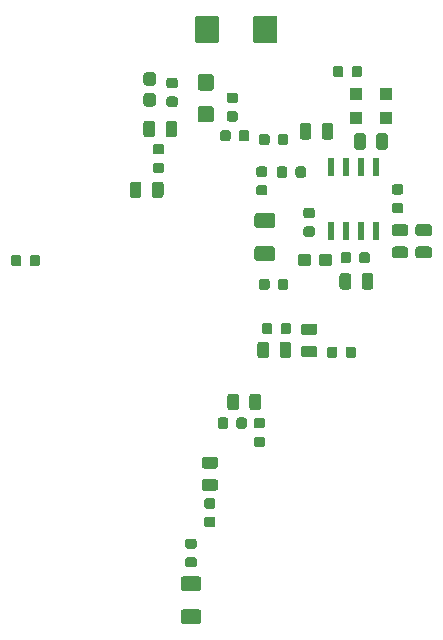
<source format=gbr>
%TF.GenerationSoftware,KiCad,Pcbnew,5.1.5-52549c5~84~ubuntu18.04.1*%
%TF.CreationDate,2019-12-09T23:45:33+01:00*%
%TF.ProjectId,clasicOverdrive,636c6173-6963-44f7-9665-726472697665,A*%
%TF.SameCoordinates,PX6708f40PY898d9f8*%
%TF.FileFunction,Paste,Top*%
%TF.FilePolarity,Positive*%
%FSLAX46Y46*%
G04 Gerber Fmt 4.6, Leading zero omitted, Abs format (unit mm)*
G04 Created by KiCad (PCBNEW 5.1.5-52549c5~84~ubuntu18.04.1) date 2019-12-09 23:45:33*
%MOMM*%
%LPD*%
G04 APERTURE LIST*
%ADD10R,0.600000X1.550000*%
%ADD11R,1.000000X1.000000*%
%ADD12C,0.100000*%
G04 APERTURE END LIST*
D10*
X31655000Y44150000D03*
X30385000Y44150000D03*
X29115000Y44150000D03*
X27845000Y44150000D03*
X27845000Y38750000D03*
X29115000Y38750000D03*
X30385000Y38750000D03*
X31655000Y38750000D03*
D11*
X30000000Y50350000D03*
X32500000Y50350000D03*
X30000000Y48350000D03*
X32500000Y48350000D03*
D12*
G36*
X18080142Y17748826D02*
G01*
X18103803Y17745316D01*
X18127007Y17739504D01*
X18149529Y17731446D01*
X18171153Y17721218D01*
X18191670Y17708921D01*
X18210883Y17694671D01*
X18228607Y17678607D01*
X18244671Y17660883D01*
X18258921Y17641670D01*
X18271218Y17621153D01*
X18281446Y17599529D01*
X18289504Y17577007D01*
X18295316Y17553803D01*
X18298826Y17530142D01*
X18300000Y17506250D01*
X18300000Y17018750D01*
X18298826Y16994858D01*
X18295316Y16971197D01*
X18289504Y16947993D01*
X18281446Y16925471D01*
X18271218Y16903847D01*
X18258921Y16883330D01*
X18244671Y16864117D01*
X18228607Y16846393D01*
X18210883Y16830329D01*
X18191670Y16816079D01*
X18171153Y16803782D01*
X18149529Y16793554D01*
X18127007Y16785496D01*
X18103803Y16779684D01*
X18080142Y16776174D01*
X18056250Y16775000D01*
X17143750Y16775000D01*
X17119858Y16776174D01*
X17096197Y16779684D01*
X17072993Y16785496D01*
X17050471Y16793554D01*
X17028847Y16803782D01*
X17008330Y16816079D01*
X16989117Y16830329D01*
X16971393Y16846393D01*
X16955329Y16864117D01*
X16941079Y16883330D01*
X16928782Y16903847D01*
X16918554Y16925471D01*
X16910496Y16947993D01*
X16904684Y16971197D01*
X16901174Y16994858D01*
X16900000Y17018750D01*
X16900000Y17506250D01*
X16901174Y17530142D01*
X16904684Y17553803D01*
X16910496Y17577007D01*
X16918554Y17599529D01*
X16928782Y17621153D01*
X16941079Y17641670D01*
X16955329Y17660883D01*
X16971393Y17678607D01*
X16989117Y17694671D01*
X17008330Y17708921D01*
X17028847Y17721218D01*
X17050471Y17731446D01*
X17072993Y17739504D01*
X17096197Y17745316D01*
X17119858Y17748826D01*
X17143750Y17750000D01*
X18056250Y17750000D01*
X18080142Y17748826D01*
G37*
G36*
X18080142Y19623826D02*
G01*
X18103803Y19620316D01*
X18127007Y19614504D01*
X18149529Y19606446D01*
X18171153Y19596218D01*
X18191670Y19583921D01*
X18210883Y19569671D01*
X18228607Y19553607D01*
X18244671Y19535883D01*
X18258921Y19516670D01*
X18271218Y19496153D01*
X18281446Y19474529D01*
X18289504Y19452007D01*
X18295316Y19428803D01*
X18298826Y19405142D01*
X18300000Y19381250D01*
X18300000Y18893750D01*
X18298826Y18869858D01*
X18295316Y18846197D01*
X18289504Y18822993D01*
X18281446Y18800471D01*
X18271218Y18778847D01*
X18258921Y18758330D01*
X18244671Y18739117D01*
X18228607Y18721393D01*
X18210883Y18705329D01*
X18191670Y18691079D01*
X18171153Y18678782D01*
X18149529Y18668554D01*
X18127007Y18660496D01*
X18103803Y18654684D01*
X18080142Y18651174D01*
X18056250Y18650000D01*
X17143750Y18650000D01*
X17119858Y18651174D01*
X17096197Y18654684D01*
X17072993Y18660496D01*
X17050471Y18668554D01*
X17028847Y18678782D01*
X17008330Y18691079D01*
X16989117Y18705329D01*
X16971393Y18721393D01*
X16955329Y18739117D01*
X16941079Y18758330D01*
X16928782Y18778847D01*
X16918554Y18800471D01*
X16910496Y18822993D01*
X16904684Y18846197D01*
X16901174Y18869858D01*
X16900000Y18893750D01*
X16900000Y19381250D01*
X16901174Y19405142D01*
X16904684Y19428803D01*
X16910496Y19452007D01*
X16918554Y19474529D01*
X16928782Y19496153D01*
X16941079Y19516670D01*
X16955329Y19535883D01*
X16971393Y19553607D01*
X16989117Y19569671D01*
X17008330Y19583921D01*
X17028847Y19596218D01*
X17050471Y19606446D01*
X17072993Y19614504D01*
X17096197Y19620316D01*
X17119858Y19623826D01*
X17143750Y19625000D01*
X18056250Y19625000D01*
X18080142Y19623826D01*
G37*
G36*
X25967642Y47898826D02*
G01*
X25991303Y47895316D01*
X26014507Y47889504D01*
X26037029Y47881446D01*
X26058653Y47871218D01*
X26079170Y47858921D01*
X26098383Y47844671D01*
X26116107Y47828607D01*
X26132171Y47810883D01*
X26146421Y47791670D01*
X26158718Y47771153D01*
X26168946Y47749529D01*
X26177004Y47727007D01*
X26182816Y47703803D01*
X26186326Y47680142D01*
X26187500Y47656250D01*
X26187500Y46743750D01*
X26186326Y46719858D01*
X26182816Y46696197D01*
X26177004Y46672993D01*
X26168946Y46650471D01*
X26158718Y46628847D01*
X26146421Y46608330D01*
X26132171Y46589117D01*
X26116107Y46571393D01*
X26098383Y46555329D01*
X26079170Y46541079D01*
X26058653Y46528782D01*
X26037029Y46518554D01*
X26014507Y46510496D01*
X25991303Y46504684D01*
X25967642Y46501174D01*
X25943750Y46500000D01*
X25456250Y46500000D01*
X25432358Y46501174D01*
X25408697Y46504684D01*
X25385493Y46510496D01*
X25362971Y46518554D01*
X25341347Y46528782D01*
X25320830Y46541079D01*
X25301617Y46555329D01*
X25283893Y46571393D01*
X25267829Y46589117D01*
X25253579Y46608330D01*
X25241282Y46628847D01*
X25231054Y46650471D01*
X25222996Y46672993D01*
X25217184Y46696197D01*
X25213674Y46719858D01*
X25212500Y46743750D01*
X25212500Y47656250D01*
X25213674Y47680142D01*
X25217184Y47703803D01*
X25222996Y47727007D01*
X25231054Y47749529D01*
X25241282Y47771153D01*
X25253579Y47791670D01*
X25267829Y47810883D01*
X25283893Y47828607D01*
X25301617Y47844671D01*
X25320830Y47858921D01*
X25341347Y47871218D01*
X25362971Y47881446D01*
X25385493Y47889504D01*
X25408697Y47895316D01*
X25432358Y47898826D01*
X25456250Y47900000D01*
X25943750Y47900000D01*
X25967642Y47898826D01*
G37*
G36*
X27842642Y47898826D02*
G01*
X27866303Y47895316D01*
X27889507Y47889504D01*
X27912029Y47881446D01*
X27933653Y47871218D01*
X27954170Y47858921D01*
X27973383Y47844671D01*
X27991107Y47828607D01*
X28007171Y47810883D01*
X28021421Y47791670D01*
X28033718Y47771153D01*
X28043946Y47749529D01*
X28052004Y47727007D01*
X28057816Y47703803D01*
X28061326Y47680142D01*
X28062500Y47656250D01*
X28062500Y46743750D01*
X28061326Y46719858D01*
X28057816Y46696197D01*
X28052004Y46672993D01*
X28043946Y46650471D01*
X28033718Y46628847D01*
X28021421Y46608330D01*
X28007171Y46589117D01*
X27991107Y46571393D01*
X27973383Y46555329D01*
X27954170Y46541079D01*
X27933653Y46528782D01*
X27912029Y46518554D01*
X27889507Y46510496D01*
X27866303Y46504684D01*
X27842642Y46501174D01*
X27818750Y46500000D01*
X27331250Y46500000D01*
X27307358Y46501174D01*
X27283697Y46504684D01*
X27260493Y46510496D01*
X27237971Y46518554D01*
X27216347Y46528782D01*
X27195830Y46541079D01*
X27176617Y46555329D01*
X27158893Y46571393D01*
X27142829Y46589117D01*
X27128579Y46608330D01*
X27116282Y46628847D01*
X27106054Y46650471D01*
X27097996Y46672993D01*
X27092184Y46696197D01*
X27088674Y46719858D01*
X27087500Y46743750D01*
X27087500Y47656250D01*
X27088674Y47680142D01*
X27092184Y47703803D01*
X27097996Y47727007D01*
X27106054Y47749529D01*
X27116282Y47771153D01*
X27128579Y47791670D01*
X27142829Y47810883D01*
X27158893Y47828607D01*
X27176617Y47844671D01*
X27195830Y47858921D01*
X27216347Y47871218D01*
X27237971Y47881446D01*
X27260493Y47889504D01*
X27283697Y47895316D01*
X27307358Y47898826D01*
X27331250Y47900000D01*
X27818750Y47900000D01*
X27842642Y47898826D01*
G37*
G36*
X26480142Y30923826D02*
G01*
X26503803Y30920316D01*
X26527007Y30914504D01*
X26549529Y30906446D01*
X26571153Y30896218D01*
X26591670Y30883921D01*
X26610883Y30869671D01*
X26628607Y30853607D01*
X26644671Y30835883D01*
X26658921Y30816670D01*
X26671218Y30796153D01*
X26681446Y30774529D01*
X26689504Y30752007D01*
X26695316Y30728803D01*
X26698826Y30705142D01*
X26700000Y30681250D01*
X26700000Y30193750D01*
X26698826Y30169858D01*
X26695316Y30146197D01*
X26689504Y30122993D01*
X26681446Y30100471D01*
X26671218Y30078847D01*
X26658921Y30058330D01*
X26644671Y30039117D01*
X26628607Y30021393D01*
X26610883Y30005329D01*
X26591670Y29991079D01*
X26571153Y29978782D01*
X26549529Y29968554D01*
X26527007Y29960496D01*
X26503803Y29954684D01*
X26480142Y29951174D01*
X26456250Y29950000D01*
X25543750Y29950000D01*
X25519858Y29951174D01*
X25496197Y29954684D01*
X25472993Y29960496D01*
X25450471Y29968554D01*
X25428847Y29978782D01*
X25408330Y29991079D01*
X25389117Y30005329D01*
X25371393Y30021393D01*
X25355329Y30039117D01*
X25341079Y30058330D01*
X25328782Y30078847D01*
X25318554Y30100471D01*
X25310496Y30122993D01*
X25304684Y30146197D01*
X25301174Y30169858D01*
X25300000Y30193750D01*
X25300000Y30681250D01*
X25301174Y30705142D01*
X25304684Y30728803D01*
X25310496Y30752007D01*
X25318554Y30774529D01*
X25328782Y30796153D01*
X25341079Y30816670D01*
X25355329Y30835883D01*
X25371393Y30853607D01*
X25389117Y30869671D01*
X25408330Y30883921D01*
X25428847Y30896218D01*
X25450471Y30906446D01*
X25472993Y30914504D01*
X25496197Y30920316D01*
X25519858Y30923826D01*
X25543750Y30925000D01*
X26456250Y30925000D01*
X26480142Y30923826D01*
G37*
G36*
X26480142Y29048826D02*
G01*
X26503803Y29045316D01*
X26527007Y29039504D01*
X26549529Y29031446D01*
X26571153Y29021218D01*
X26591670Y29008921D01*
X26610883Y28994671D01*
X26628607Y28978607D01*
X26644671Y28960883D01*
X26658921Y28941670D01*
X26671218Y28921153D01*
X26681446Y28899529D01*
X26689504Y28877007D01*
X26695316Y28853803D01*
X26698826Y28830142D01*
X26700000Y28806250D01*
X26700000Y28318750D01*
X26698826Y28294858D01*
X26695316Y28271197D01*
X26689504Y28247993D01*
X26681446Y28225471D01*
X26671218Y28203847D01*
X26658921Y28183330D01*
X26644671Y28164117D01*
X26628607Y28146393D01*
X26610883Y28130329D01*
X26591670Y28116079D01*
X26571153Y28103782D01*
X26549529Y28093554D01*
X26527007Y28085496D01*
X26503803Y28079684D01*
X26480142Y28076174D01*
X26456250Y28075000D01*
X25543750Y28075000D01*
X25519858Y28076174D01*
X25496197Y28079684D01*
X25472993Y28085496D01*
X25450471Y28093554D01*
X25428847Y28103782D01*
X25408330Y28116079D01*
X25389117Y28130329D01*
X25371393Y28146393D01*
X25355329Y28164117D01*
X25341079Y28183330D01*
X25328782Y28203847D01*
X25318554Y28225471D01*
X25310496Y28247993D01*
X25304684Y28271197D01*
X25301174Y28294858D01*
X25300000Y28318750D01*
X25300000Y28806250D01*
X25301174Y28830142D01*
X25304684Y28853803D01*
X25310496Y28877007D01*
X25318554Y28899529D01*
X25328782Y28921153D01*
X25341079Y28941670D01*
X25355329Y28960883D01*
X25371393Y28978607D01*
X25389117Y28994671D01*
X25408330Y29008921D01*
X25428847Y29021218D01*
X25450471Y29031446D01*
X25472993Y29039504D01*
X25496197Y29045316D01*
X25519858Y29048826D01*
X25543750Y29050000D01*
X26456250Y29050000D01*
X26480142Y29048826D01*
G37*
G36*
X32455142Y47048826D02*
G01*
X32478803Y47045316D01*
X32502007Y47039504D01*
X32524529Y47031446D01*
X32546153Y47021218D01*
X32566670Y47008921D01*
X32585883Y46994671D01*
X32603607Y46978607D01*
X32619671Y46960883D01*
X32633921Y46941670D01*
X32646218Y46921153D01*
X32656446Y46899529D01*
X32664504Y46877007D01*
X32670316Y46853803D01*
X32673826Y46830142D01*
X32675000Y46806250D01*
X32675000Y45893750D01*
X32673826Y45869858D01*
X32670316Y45846197D01*
X32664504Y45822993D01*
X32656446Y45800471D01*
X32646218Y45778847D01*
X32633921Y45758330D01*
X32619671Y45739117D01*
X32603607Y45721393D01*
X32585883Y45705329D01*
X32566670Y45691079D01*
X32546153Y45678782D01*
X32524529Y45668554D01*
X32502007Y45660496D01*
X32478803Y45654684D01*
X32455142Y45651174D01*
X32431250Y45650000D01*
X31943750Y45650000D01*
X31919858Y45651174D01*
X31896197Y45654684D01*
X31872993Y45660496D01*
X31850471Y45668554D01*
X31828847Y45678782D01*
X31808330Y45691079D01*
X31789117Y45705329D01*
X31771393Y45721393D01*
X31755329Y45739117D01*
X31741079Y45758330D01*
X31728782Y45778847D01*
X31718554Y45800471D01*
X31710496Y45822993D01*
X31704684Y45846197D01*
X31701174Y45869858D01*
X31700000Y45893750D01*
X31700000Y46806250D01*
X31701174Y46830142D01*
X31704684Y46853803D01*
X31710496Y46877007D01*
X31718554Y46899529D01*
X31728782Y46921153D01*
X31741079Y46941670D01*
X31755329Y46960883D01*
X31771393Y46978607D01*
X31789117Y46994671D01*
X31808330Y47008921D01*
X31828847Y47021218D01*
X31850471Y47031446D01*
X31872993Y47039504D01*
X31896197Y47045316D01*
X31919858Y47048826D01*
X31943750Y47050000D01*
X32431250Y47050000D01*
X32455142Y47048826D01*
G37*
G36*
X30580142Y47048826D02*
G01*
X30603803Y47045316D01*
X30627007Y47039504D01*
X30649529Y47031446D01*
X30671153Y47021218D01*
X30691670Y47008921D01*
X30710883Y46994671D01*
X30728607Y46978607D01*
X30744671Y46960883D01*
X30758921Y46941670D01*
X30771218Y46921153D01*
X30781446Y46899529D01*
X30789504Y46877007D01*
X30795316Y46853803D01*
X30798826Y46830142D01*
X30800000Y46806250D01*
X30800000Y45893750D01*
X30798826Y45869858D01*
X30795316Y45846197D01*
X30789504Y45822993D01*
X30781446Y45800471D01*
X30771218Y45778847D01*
X30758921Y45758330D01*
X30744671Y45739117D01*
X30728607Y45721393D01*
X30710883Y45705329D01*
X30691670Y45691079D01*
X30671153Y45678782D01*
X30649529Y45668554D01*
X30627007Y45660496D01*
X30603803Y45654684D01*
X30580142Y45651174D01*
X30556250Y45650000D01*
X30068750Y45650000D01*
X30044858Y45651174D01*
X30021197Y45654684D01*
X29997993Y45660496D01*
X29975471Y45668554D01*
X29953847Y45678782D01*
X29933330Y45691079D01*
X29914117Y45705329D01*
X29896393Y45721393D01*
X29880329Y45739117D01*
X29866079Y45758330D01*
X29853782Y45778847D01*
X29843554Y45800471D01*
X29835496Y45822993D01*
X29829684Y45846197D01*
X29826174Y45869858D01*
X29825000Y45893750D01*
X29825000Y46806250D01*
X29826174Y46830142D01*
X29829684Y46853803D01*
X29835496Y46877007D01*
X29843554Y46899529D01*
X29853782Y46921153D01*
X29866079Y46941670D01*
X29880329Y46960883D01*
X29896393Y46978607D01*
X29914117Y46994671D01*
X29933330Y47008921D01*
X29953847Y47021218D01*
X29975471Y47031446D01*
X29997993Y47039504D01*
X30021197Y47045316D01*
X30044858Y47048826D01*
X30068750Y47050000D01*
X30556250Y47050000D01*
X30580142Y47048826D01*
G37*
G36*
X31205142Y35198826D02*
G01*
X31228803Y35195316D01*
X31252007Y35189504D01*
X31274529Y35181446D01*
X31296153Y35171218D01*
X31316670Y35158921D01*
X31335883Y35144671D01*
X31353607Y35128607D01*
X31369671Y35110883D01*
X31383921Y35091670D01*
X31396218Y35071153D01*
X31406446Y35049529D01*
X31414504Y35027007D01*
X31420316Y35003803D01*
X31423826Y34980142D01*
X31425000Y34956250D01*
X31425000Y34043750D01*
X31423826Y34019858D01*
X31420316Y33996197D01*
X31414504Y33972993D01*
X31406446Y33950471D01*
X31396218Y33928847D01*
X31383921Y33908330D01*
X31369671Y33889117D01*
X31353607Y33871393D01*
X31335883Y33855329D01*
X31316670Y33841079D01*
X31296153Y33828782D01*
X31274529Y33818554D01*
X31252007Y33810496D01*
X31228803Y33804684D01*
X31205142Y33801174D01*
X31181250Y33800000D01*
X30693750Y33800000D01*
X30669858Y33801174D01*
X30646197Y33804684D01*
X30622993Y33810496D01*
X30600471Y33818554D01*
X30578847Y33828782D01*
X30558330Y33841079D01*
X30539117Y33855329D01*
X30521393Y33871393D01*
X30505329Y33889117D01*
X30491079Y33908330D01*
X30478782Y33928847D01*
X30468554Y33950471D01*
X30460496Y33972993D01*
X30454684Y33996197D01*
X30451174Y34019858D01*
X30450000Y34043750D01*
X30450000Y34956250D01*
X30451174Y34980142D01*
X30454684Y35003803D01*
X30460496Y35027007D01*
X30468554Y35049529D01*
X30478782Y35071153D01*
X30491079Y35091670D01*
X30505329Y35110883D01*
X30521393Y35128607D01*
X30539117Y35144671D01*
X30558330Y35158921D01*
X30578847Y35171218D01*
X30600471Y35181446D01*
X30622993Y35189504D01*
X30646197Y35195316D01*
X30669858Y35198826D01*
X30693750Y35200000D01*
X31181250Y35200000D01*
X31205142Y35198826D01*
G37*
G36*
X29330142Y35198826D02*
G01*
X29353803Y35195316D01*
X29377007Y35189504D01*
X29399529Y35181446D01*
X29421153Y35171218D01*
X29441670Y35158921D01*
X29460883Y35144671D01*
X29478607Y35128607D01*
X29494671Y35110883D01*
X29508921Y35091670D01*
X29521218Y35071153D01*
X29531446Y35049529D01*
X29539504Y35027007D01*
X29545316Y35003803D01*
X29548826Y34980142D01*
X29550000Y34956250D01*
X29550000Y34043750D01*
X29548826Y34019858D01*
X29545316Y33996197D01*
X29539504Y33972993D01*
X29531446Y33950471D01*
X29521218Y33928847D01*
X29508921Y33908330D01*
X29494671Y33889117D01*
X29478607Y33871393D01*
X29460883Y33855329D01*
X29441670Y33841079D01*
X29421153Y33828782D01*
X29399529Y33818554D01*
X29377007Y33810496D01*
X29353803Y33804684D01*
X29330142Y33801174D01*
X29306250Y33800000D01*
X28818750Y33800000D01*
X28794858Y33801174D01*
X28771197Y33804684D01*
X28747993Y33810496D01*
X28725471Y33818554D01*
X28703847Y33828782D01*
X28683330Y33841079D01*
X28664117Y33855329D01*
X28646393Y33871393D01*
X28630329Y33889117D01*
X28616079Y33908330D01*
X28603782Y33928847D01*
X28593554Y33950471D01*
X28585496Y33972993D01*
X28579684Y33996197D01*
X28576174Y34019858D01*
X28575000Y34043750D01*
X28575000Y34956250D01*
X28576174Y34980142D01*
X28579684Y35003803D01*
X28585496Y35027007D01*
X28593554Y35049529D01*
X28603782Y35071153D01*
X28616079Y35091670D01*
X28630329Y35110883D01*
X28646393Y35128607D01*
X28664117Y35144671D01*
X28683330Y35158921D01*
X28703847Y35171218D01*
X28725471Y35181446D01*
X28747993Y35189504D01*
X28771197Y35195316D01*
X28794858Y35198826D01*
X28818750Y35200000D01*
X29306250Y35200000D01*
X29330142Y35198826D01*
G37*
G36*
X13455142Y42948826D02*
G01*
X13478803Y42945316D01*
X13502007Y42939504D01*
X13524529Y42931446D01*
X13546153Y42921218D01*
X13566670Y42908921D01*
X13585883Y42894671D01*
X13603607Y42878607D01*
X13619671Y42860883D01*
X13633921Y42841670D01*
X13646218Y42821153D01*
X13656446Y42799529D01*
X13664504Y42777007D01*
X13670316Y42753803D01*
X13673826Y42730142D01*
X13675000Y42706250D01*
X13675000Y41793750D01*
X13673826Y41769858D01*
X13670316Y41746197D01*
X13664504Y41722993D01*
X13656446Y41700471D01*
X13646218Y41678847D01*
X13633921Y41658330D01*
X13619671Y41639117D01*
X13603607Y41621393D01*
X13585883Y41605329D01*
X13566670Y41591079D01*
X13546153Y41578782D01*
X13524529Y41568554D01*
X13502007Y41560496D01*
X13478803Y41554684D01*
X13455142Y41551174D01*
X13431250Y41550000D01*
X12943750Y41550000D01*
X12919858Y41551174D01*
X12896197Y41554684D01*
X12872993Y41560496D01*
X12850471Y41568554D01*
X12828847Y41578782D01*
X12808330Y41591079D01*
X12789117Y41605329D01*
X12771393Y41621393D01*
X12755329Y41639117D01*
X12741079Y41658330D01*
X12728782Y41678847D01*
X12718554Y41700471D01*
X12710496Y41722993D01*
X12704684Y41746197D01*
X12701174Y41769858D01*
X12700000Y41793750D01*
X12700000Y42706250D01*
X12701174Y42730142D01*
X12704684Y42753803D01*
X12710496Y42777007D01*
X12718554Y42799529D01*
X12728782Y42821153D01*
X12741079Y42841670D01*
X12755329Y42860883D01*
X12771393Y42878607D01*
X12789117Y42894671D01*
X12808330Y42908921D01*
X12828847Y42921218D01*
X12850471Y42931446D01*
X12872993Y42939504D01*
X12896197Y42945316D01*
X12919858Y42948826D01*
X12943750Y42950000D01*
X13431250Y42950000D01*
X13455142Y42948826D01*
G37*
G36*
X11580142Y42948826D02*
G01*
X11603803Y42945316D01*
X11627007Y42939504D01*
X11649529Y42931446D01*
X11671153Y42921218D01*
X11691670Y42908921D01*
X11710883Y42894671D01*
X11728607Y42878607D01*
X11744671Y42860883D01*
X11758921Y42841670D01*
X11771218Y42821153D01*
X11781446Y42799529D01*
X11789504Y42777007D01*
X11795316Y42753803D01*
X11798826Y42730142D01*
X11800000Y42706250D01*
X11800000Y41793750D01*
X11798826Y41769858D01*
X11795316Y41746197D01*
X11789504Y41722993D01*
X11781446Y41700471D01*
X11771218Y41678847D01*
X11758921Y41658330D01*
X11744671Y41639117D01*
X11728607Y41621393D01*
X11710883Y41605329D01*
X11691670Y41591079D01*
X11671153Y41578782D01*
X11649529Y41568554D01*
X11627007Y41560496D01*
X11603803Y41554684D01*
X11580142Y41551174D01*
X11556250Y41550000D01*
X11068750Y41550000D01*
X11044858Y41551174D01*
X11021197Y41554684D01*
X10997993Y41560496D01*
X10975471Y41568554D01*
X10953847Y41578782D01*
X10933330Y41591079D01*
X10914117Y41605329D01*
X10896393Y41621393D01*
X10880329Y41639117D01*
X10866079Y41658330D01*
X10853782Y41678847D01*
X10843554Y41700471D01*
X10835496Y41722993D01*
X10829684Y41746197D01*
X10826174Y41769858D01*
X10825000Y41793750D01*
X10825000Y42706250D01*
X10826174Y42730142D01*
X10829684Y42753803D01*
X10835496Y42777007D01*
X10843554Y42799529D01*
X10853782Y42821153D01*
X10866079Y42841670D01*
X10880329Y42860883D01*
X10896393Y42878607D01*
X10914117Y42894671D01*
X10933330Y42908921D01*
X10953847Y42921218D01*
X10975471Y42931446D01*
X10997993Y42939504D01*
X11021197Y42945316D01*
X11044858Y42948826D01*
X11068750Y42950000D01*
X11556250Y42950000D01*
X11580142Y42948826D01*
G37*
G36*
X22899504Y40273796D02*
G01*
X22923773Y40270196D01*
X22947571Y40264235D01*
X22970671Y40255970D01*
X22992849Y40245480D01*
X23013893Y40232867D01*
X23033598Y40218253D01*
X23051777Y40201777D01*
X23068253Y40183598D01*
X23082867Y40163893D01*
X23095480Y40142849D01*
X23105970Y40120671D01*
X23114235Y40097571D01*
X23120196Y40073773D01*
X23123796Y40049504D01*
X23125000Y40025000D01*
X23125000Y39275000D01*
X23123796Y39250496D01*
X23120196Y39226227D01*
X23114235Y39202429D01*
X23105970Y39179329D01*
X23095480Y39157151D01*
X23082867Y39136107D01*
X23068253Y39116402D01*
X23051777Y39098223D01*
X23033598Y39081747D01*
X23013893Y39067133D01*
X22992849Y39054520D01*
X22970671Y39044030D01*
X22947571Y39035765D01*
X22923773Y39029804D01*
X22899504Y39026204D01*
X22875000Y39025000D01*
X21625000Y39025000D01*
X21600496Y39026204D01*
X21576227Y39029804D01*
X21552429Y39035765D01*
X21529329Y39044030D01*
X21507151Y39054520D01*
X21486107Y39067133D01*
X21466402Y39081747D01*
X21448223Y39098223D01*
X21431747Y39116402D01*
X21417133Y39136107D01*
X21404520Y39157151D01*
X21394030Y39179329D01*
X21385765Y39202429D01*
X21379804Y39226227D01*
X21376204Y39250496D01*
X21375000Y39275000D01*
X21375000Y40025000D01*
X21376204Y40049504D01*
X21379804Y40073773D01*
X21385765Y40097571D01*
X21394030Y40120671D01*
X21404520Y40142849D01*
X21417133Y40163893D01*
X21431747Y40183598D01*
X21448223Y40201777D01*
X21466402Y40218253D01*
X21486107Y40232867D01*
X21507151Y40245480D01*
X21529329Y40255970D01*
X21552429Y40264235D01*
X21576227Y40270196D01*
X21600496Y40273796D01*
X21625000Y40275000D01*
X22875000Y40275000D01*
X22899504Y40273796D01*
G37*
G36*
X22899504Y37473796D02*
G01*
X22923773Y37470196D01*
X22947571Y37464235D01*
X22970671Y37455970D01*
X22992849Y37445480D01*
X23013893Y37432867D01*
X23033598Y37418253D01*
X23051777Y37401777D01*
X23068253Y37383598D01*
X23082867Y37363893D01*
X23095480Y37342849D01*
X23105970Y37320671D01*
X23114235Y37297571D01*
X23120196Y37273773D01*
X23123796Y37249504D01*
X23125000Y37225000D01*
X23125000Y36475000D01*
X23123796Y36450496D01*
X23120196Y36426227D01*
X23114235Y36402429D01*
X23105970Y36379329D01*
X23095480Y36357151D01*
X23082867Y36336107D01*
X23068253Y36316402D01*
X23051777Y36298223D01*
X23033598Y36281747D01*
X23013893Y36267133D01*
X22992849Y36254520D01*
X22970671Y36244030D01*
X22947571Y36235765D01*
X22923773Y36229804D01*
X22899504Y36226204D01*
X22875000Y36225000D01*
X21625000Y36225000D01*
X21600496Y36226204D01*
X21576227Y36229804D01*
X21552429Y36235765D01*
X21529329Y36244030D01*
X21507151Y36254520D01*
X21486107Y36267133D01*
X21466402Y36281747D01*
X21448223Y36298223D01*
X21431747Y36316402D01*
X21417133Y36336107D01*
X21404520Y36357151D01*
X21394030Y36379329D01*
X21385765Y36402429D01*
X21379804Y36426227D01*
X21376204Y36450496D01*
X21375000Y36475000D01*
X21375000Y37225000D01*
X21376204Y37249504D01*
X21379804Y37273773D01*
X21385765Y37297571D01*
X21394030Y37320671D01*
X21404520Y37342849D01*
X21417133Y37363893D01*
X21431747Y37383598D01*
X21448223Y37401777D01*
X21466402Y37418253D01*
X21486107Y37432867D01*
X21507151Y37445480D01*
X21529329Y37455970D01*
X21552429Y37464235D01*
X21576227Y37470196D01*
X21600496Y37473796D01*
X21625000Y37475000D01*
X22875000Y37475000D01*
X22899504Y37473796D01*
G37*
G36*
X16649504Y9523796D02*
G01*
X16673773Y9520196D01*
X16697571Y9514235D01*
X16720671Y9505970D01*
X16742849Y9495480D01*
X16763893Y9482867D01*
X16783598Y9468253D01*
X16801777Y9451777D01*
X16818253Y9433598D01*
X16832867Y9413893D01*
X16845480Y9392849D01*
X16855970Y9370671D01*
X16864235Y9347571D01*
X16870196Y9323773D01*
X16873796Y9299504D01*
X16875000Y9275000D01*
X16875000Y8525000D01*
X16873796Y8500496D01*
X16870196Y8476227D01*
X16864235Y8452429D01*
X16855970Y8429329D01*
X16845480Y8407151D01*
X16832867Y8386107D01*
X16818253Y8366402D01*
X16801777Y8348223D01*
X16783598Y8331747D01*
X16763893Y8317133D01*
X16742849Y8304520D01*
X16720671Y8294030D01*
X16697571Y8285765D01*
X16673773Y8279804D01*
X16649504Y8276204D01*
X16625000Y8275000D01*
X15375000Y8275000D01*
X15350496Y8276204D01*
X15326227Y8279804D01*
X15302429Y8285765D01*
X15279329Y8294030D01*
X15257151Y8304520D01*
X15236107Y8317133D01*
X15216402Y8331747D01*
X15198223Y8348223D01*
X15181747Y8366402D01*
X15167133Y8386107D01*
X15154520Y8407151D01*
X15144030Y8429329D01*
X15135765Y8452429D01*
X15129804Y8476227D01*
X15126204Y8500496D01*
X15125000Y8525000D01*
X15125000Y9275000D01*
X15126204Y9299504D01*
X15129804Y9323773D01*
X15135765Y9347571D01*
X15144030Y9370671D01*
X15154520Y9392849D01*
X15167133Y9413893D01*
X15181747Y9433598D01*
X15198223Y9451777D01*
X15216402Y9468253D01*
X15236107Y9482867D01*
X15257151Y9495480D01*
X15279329Y9505970D01*
X15302429Y9514235D01*
X15326227Y9520196D01*
X15350496Y9523796D01*
X15375000Y9525000D01*
X16625000Y9525000D01*
X16649504Y9523796D01*
G37*
G36*
X16649504Y6723796D02*
G01*
X16673773Y6720196D01*
X16697571Y6714235D01*
X16720671Y6705970D01*
X16742849Y6695480D01*
X16763893Y6682867D01*
X16783598Y6668253D01*
X16801777Y6651777D01*
X16818253Y6633598D01*
X16832867Y6613893D01*
X16845480Y6592849D01*
X16855970Y6570671D01*
X16864235Y6547571D01*
X16870196Y6523773D01*
X16873796Y6499504D01*
X16875000Y6475000D01*
X16875000Y5725000D01*
X16873796Y5700496D01*
X16870196Y5676227D01*
X16864235Y5652429D01*
X16855970Y5629329D01*
X16845480Y5607151D01*
X16832867Y5586107D01*
X16818253Y5566402D01*
X16801777Y5548223D01*
X16783598Y5531747D01*
X16763893Y5517133D01*
X16742849Y5504520D01*
X16720671Y5494030D01*
X16697571Y5485765D01*
X16673773Y5479804D01*
X16649504Y5476204D01*
X16625000Y5475000D01*
X15375000Y5475000D01*
X15350496Y5476204D01*
X15326227Y5479804D01*
X15302429Y5485765D01*
X15279329Y5494030D01*
X15257151Y5504520D01*
X15236107Y5517133D01*
X15216402Y5531747D01*
X15198223Y5548223D01*
X15181747Y5566402D01*
X15167133Y5586107D01*
X15154520Y5607151D01*
X15144030Y5629329D01*
X15135765Y5652429D01*
X15129804Y5676227D01*
X15126204Y5700496D01*
X15125000Y5725000D01*
X15125000Y6475000D01*
X15126204Y6499504D01*
X15129804Y6523773D01*
X15135765Y6547571D01*
X15144030Y6570671D01*
X15154520Y6592849D01*
X15167133Y6613893D01*
X15181747Y6633598D01*
X15198223Y6651777D01*
X15216402Y6668253D01*
X15236107Y6682867D01*
X15257151Y6695480D01*
X15279329Y6705970D01*
X15302429Y6714235D01*
X15326227Y6720196D01*
X15350496Y6723796D01*
X15375000Y6725000D01*
X16625000Y6725000D01*
X16649504Y6723796D01*
G37*
G36*
X16277691Y12723947D02*
G01*
X16298926Y12720797D01*
X16319750Y12715581D01*
X16339962Y12708349D01*
X16359368Y12699170D01*
X16377781Y12688134D01*
X16395024Y12675346D01*
X16410930Y12660930D01*
X16425346Y12645024D01*
X16438134Y12627781D01*
X16449170Y12609368D01*
X16458349Y12589962D01*
X16465581Y12569750D01*
X16470797Y12548926D01*
X16473947Y12527691D01*
X16475000Y12506250D01*
X16475000Y12068750D01*
X16473947Y12047309D01*
X16470797Y12026074D01*
X16465581Y12005250D01*
X16458349Y11985038D01*
X16449170Y11965632D01*
X16438134Y11947219D01*
X16425346Y11929976D01*
X16410930Y11914070D01*
X16395024Y11899654D01*
X16377781Y11886866D01*
X16359368Y11875830D01*
X16339962Y11866651D01*
X16319750Y11859419D01*
X16298926Y11854203D01*
X16277691Y11851053D01*
X16256250Y11850000D01*
X15743750Y11850000D01*
X15722309Y11851053D01*
X15701074Y11854203D01*
X15680250Y11859419D01*
X15660038Y11866651D01*
X15640632Y11875830D01*
X15622219Y11886866D01*
X15604976Y11899654D01*
X15589070Y11914070D01*
X15574654Y11929976D01*
X15561866Y11947219D01*
X15550830Y11965632D01*
X15541651Y11985038D01*
X15534419Y12005250D01*
X15529203Y12026074D01*
X15526053Y12047309D01*
X15525000Y12068750D01*
X15525000Y12506250D01*
X15526053Y12527691D01*
X15529203Y12548926D01*
X15534419Y12569750D01*
X15541651Y12589962D01*
X15550830Y12609368D01*
X15561866Y12627781D01*
X15574654Y12645024D01*
X15589070Y12660930D01*
X15604976Y12675346D01*
X15622219Y12688134D01*
X15640632Y12699170D01*
X15660038Y12708349D01*
X15680250Y12715581D01*
X15701074Y12720797D01*
X15722309Y12723947D01*
X15743750Y12725000D01*
X16256250Y12725000D01*
X16277691Y12723947D01*
G37*
G36*
X16277691Y11148947D02*
G01*
X16298926Y11145797D01*
X16319750Y11140581D01*
X16339962Y11133349D01*
X16359368Y11124170D01*
X16377781Y11113134D01*
X16395024Y11100346D01*
X16410930Y11085930D01*
X16425346Y11070024D01*
X16438134Y11052781D01*
X16449170Y11034368D01*
X16458349Y11014962D01*
X16465581Y10994750D01*
X16470797Y10973926D01*
X16473947Y10952691D01*
X16475000Y10931250D01*
X16475000Y10493750D01*
X16473947Y10472309D01*
X16470797Y10451074D01*
X16465581Y10430250D01*
X16458349Y10410038D01*
X16449170Y10390632D01*
X16438134Y10372219D01*
X16425346Y10354976D01*
X16410930Y10339070D01*
X16395024Y10324654D01*
X16377781Y10311866D01*
X16359368Y10300830D01*
X16339962Y10291651D01*
X16319750Y10284419D01*
X16298926Y10279203D01*
X16277691Y10276053D01*
X16256250Y10275000D01*
X15743750Y10275000D01*
X15722309Y10276053D01*
X15701074Y10279203D01*
X15680250Y10284419D01*
X15660038Y10291651D01*
X15640632Y10300830D01*
X15622219Y10311866D01*
X15604976Y10324654D01*
X15589070Y10339070D01*
X15574654Y10354976D01*
X15561866Y10372219D01*
X15550830Y10390632D01*
X15541651Y10410038D01*
X15534419Y10430250D01*
X15529203Y10451074D01*
X15526053Y10472309D01*
X15525000Y10493750D01*
X15525000Y10931250D01*
X15526053Y10952691D01*
X15529203Y10973926D01*
X15534419Y10994750D01*
X15541651Y11014962D01*
X15550830Y11034368D01*
X15561866Y11052781D01*
X15574654Y11070024D01*
X15589070Y11085930D01*
X15604976Y11100346D01*
X15622219Y11113134D01*
X15640632Y11124170D01*
X15660038Y11133349D01*
X15680250Y11140581D01*
X15701074Y11145797D01*
X15722309Y11148947D01*
X15743750Y11150000D01*
X16256250Y11150000D01*
X16277691Y11148947D01*
G37*
G36*
X17877691Y16136447D02*
G01*
X17898926Y16133297D01*
X17919750Y16128081D01*
X17939962Y16120849D01*
X17959368Y16111670D01*
X17977781Y16100634D01*
X17995024Y16087846D01*
X18010930Y16073430D01*
X18025346Y16057524D01*
X18038134Y16040281D01*
X18049170Y16021868D01*
X18058349Y16002462D01*
X18065581Y15982250D01*
X18070797Y15961426D01*
X18073947Y15940191D01*
X18075000Y15918750D01*
X18075000Y15481250D01*
X18073947Y15459809D01*
X18070797Y15438574D01*
X18065581Y15417750D01*
X18058349Y15397538D01*
X18049170Y15378132D01*
X18038134Y15359719D01*
X18025346Y15342476D01*
X18010930Y15326570D01*
X17995024Y15312154D01*
X17977781Y15299366D01*
X17959368Y15288330D01*
X17939962Y15279151D01*
X17919750Y15271919D01*
X17898926Y15266703D01*
X17877691Y15263553D01*
X17856250Y15262500D01*
X17343750Y15262500D01*
X17322309Y15263553D01*
X17301074Y15266703D01*
X17280250Y15271919D01*
X17260038Y15279151D01*
X17240632Y15288330D01*
X17222219Y15299366D01*
X17204976Y15312154D01*
X17189070Y15326570D01*
X17174654Y15342476D01*
X17161866Y15359719D01*
X17150830Y15378132D01*
X17141651Y15397538D01*
X17134419Y15417750D01*
X17129203Y15438574D01*
X17126053Y15459809D01*
X17125000Y15481250D01*
X17125000Y15918750D01*
X17126053Y15940191D01*
X17129203Y15961426D01*
X17134419Y15982250D01*
X17141651Y16002462D01*
X17150830Y16021868D01*
X17161866Y16040281D01*
X17174654Y16057524D01*
X17189070Y16073430D01*
X17204976Y16087846D01*
X17222219Y16100634D01*
X17240632Y16111670D01*
X17260038Y16120849D01*
X17280250Y16128081D01*
X17301074Y16133297D01*
X17322309Y16136447D01*
X17343750Y16137500D01*
X17856250Y16137500D01*
X17877691Y16136447D01*
G37*
G36*
X17877691Y14561447D02*
G01*
X17898926Y14558297D01*
X17919750Y14553081D01*
X17939962Y14545849D01*
X17959368Y14536670D01*
X17977781Y14525634D01*
X17995024Y14512846D01*
X18010930Y14498430D01*
X18025346Y14482524D01*
X18038134Y14465281D01*
X18049170Y14446868D01*
X18058349Y14427462D01*
X18065581Y14407250D01*
X18070797Y14386426D01*
X18073947Y14365191D01*
X18075000Y14343750D01*
X18075000Y13906250D01*
X18073947Y13884809D01*
X18070797Y13863574D01*
X18065581Y13842750D01*
X18058349Y13822538D01*
X18049170Y13803132D01*
X18038134Y13784719D01*
X18025346Y13767476D01*
X18010930Y13751570D01*
X17995024Y13737154D01*
X17977781Y13724366D01*
X17959368Y13713330D01*
X17939962Y13704151D01*
X17919750Y13696919D01*
X17898926Y13691703D01*
X17877691Y13688553D01*
X17856250Y13687500D01*
X17343750Y13687500D01*
X17322309Y13688553D01*
X17301074Y13691703D01*
X17280250Y13696919D01*
X17260038Y13704151D01*
X17240632Y13713330D01*
X17222219Y13724366D01*
X17204976Y13737154D01*
X17189070Y13751570D01*
X17174654Y13767476D01*
X17161866Y13784719D01*
X17150830Y13803132D01*
X17141651Y13822538D01*
X17134419Y13842750D01*
X17129203Y13863574D01*
X17126053Y13884809D01*
X17125000Y13906250D01*
X17125000Y14343750D01*
X17126053Y14365191D01*
X17129203Y14386426D01*
X17134419Y14407250D01*
X17141651Y14427462D01*
X17150830Y14446868D01*
X17161866Y14465281D01*
X17174654Y14482524D01*
X17189070Y14498430D01*
X17204976Y14512846D01*
X17222219Y14525634D01*
X17240632Y14536670D01*
X17260038Y14545849D01*
X17280250Y14553081D01*
X17301074Y14558297D01*
X17322309Y14561447D01*
X17343750Y14562500D01*
X17856250Y14562500D01*
X17877691Y14561447D01*
G37*
G36*
X22077691Y22923947D02*
G01*
X22098926Y22920797D01*
X22119750Y22915581D01*
X22139962Y22908349D01*
X22159368Y22899170D01*
X22177781Y22888134D01*
X22195024Y22875346D01*
X22210930Y22860930D01*
X22225346Y22845024D01*
X22238134Y22827781D01*
X22249170Y22809368D01*
X22258349Y22789962D01*
X22265581Y22769750D01*
X22270797Y22748926D01*
X22273947Y22727691D01*
X22275000Y22706250D01*
X22275000Y22268750D01*
X22273947Y22247309D01*
X22270797Y22226074D01*
X22265581Y22205250D01*
X22258349Y22185038D01*
X22249170Y22165632D01*
X22238134Y22147219D01*
X22225346Y22129976D01*
X22210930Y22114070D01*
X22195024Y22099654D01*
X22177781Y22086866D01*
X22159368Y22075830D01*
X22139962Y22066651D01*
X22119750Y22059419D01*
X22098926Y22054203D01*
X22077691Y22051053D01*
X22056250Y22050000D01*
X21543750Y22050000D01*
X21522309Y22051053D01*
X21501074Y22054203D01*
X21480250Y22059419D01*
X21460038Y22066651D01*
X21440632Y22075830D01*
X21422219Y22086866D01*
X21404976Y22099654D01*
X21389070Y22114070D01*
X21374654Y22129976D01*
X21361866Y22147219D01*
X21350830Y22165632D01*
X21341651Y22185038D01*
X21334419Y22205250D01*
X21329203Y22226074D01*
X21326053Y22247309D01*
X21325000Y22268750D01*
X21325000Y22706250D01*
X21326053Y22727691D01*
X21329203Y22748926D01*
X21334419Y22769750D01*
X21341651Y22789962D01*
X21350830Y22809368D01*
X21361866Y22827781D01*
X21374654Y22845024D01*
X21389070Y22860930D01*
X21404976Y22875346D01*
X21422219Y22888134D01*
X21440632Y22899170D01*
X21460038Y22908349D01*
X21480250Y22915581D01*
X21501074Y22920797D01*
X21522309Y22923947D01*
X21543750Y22925000D01*
X22056250Y22925000D01*
X22077691Y22923947D01*
G37*
G36*
X22077691Y21348947D02*
G01*
X22098926Y21345797D01*
X22119750Y21340581D01*
X22139962Y21333349D01*
X22159368Y21324170D01*
X22177781Y21313134D01*
X22195024Y21300346D01*
X22210930Y21285930D01*
X22225346Y21270024D01*
X22238134Y21252781D01*
X22249170Y21234368D01*
X22258349Y21214962D01*
X22265581Y21194750D01*
X22270797Y21173926D01*
X22273947Y21152691D01*
X22275000Y21131250D01*
X22275000Y20693750D01*
X22273947Y20672309D01*
X22270797Y20651074D01*
X22265581Y20630250D01*
X22258349Y20610038D01*
X22249170Y20590632D01*
X22238134Y20572219D01*
X22225346Y20554976D01*
X22210930Y20539070D01*
X22195024Y20524654D01*
X22177781Y20511866D01*
X22159368Y20500830D01*
X22139962Y20491651D01*
X22119750Y20484419D01*
X22098926Y20479203D01*
X22077691Y20476053D01*
X22056250Y20475000D01*
X21543750Y20475000D01*
X21522309Y20476053D01*
X21501074Y20479203D01*
X21480250Y20484419D01*
X21460038Y20491651D01*
X21440632Y20500830D01*
X21422219Y20511866D01*
X21404976Y20524654D01*
X21389070Y20539070D01*
X21374654Y20554976D01*
X21361866Y20572219D01*
X21350830Y20590632D01*
X21341651Y20610038D01*
X21334419Y20630250D01*
X21329203Y20651074D01*
X21326053Y20672309D01*
X21325000Y20693750D01*
X21325000Y21131250D01*
X21326053Y21152691D01*
X21329203Y21173926D01*
X21334419Y21194750D01*
X21341651Y21214962D01*
X21350830Y21234368D01*
X21361866Y21252781D01*
X21374654Y21270024D01*
X21389070Y21285930D01*
X21404976Y21300346D01*
X21422219Y21313134D01*
X21440632Y21324170D01*
X21460038Y21333349D01*
X21480250Y21340581D01*
X21501074Y21345797D01*
X21522309Y21348947D01*
X21543750Y21350000D01*
X22056250Y21350000D01*
X22077691Y21348947D01*
G37*
G36*
X18952691Y22973947D02*
G01*
X18973926Y22970797D01*
X18994750Y22965581D01*
X19014962Y22958349D01*
X19034368Y22949170D01*
X19052781Y22938134D01*
X19070024Y22925346D01*
X19085930Y22910930D01*
X19100346Y22895024D01*
X19113134Y22877781D01*
X19124170Y22859368D01*
X19133349Y22839962D01*
X19140581Y22819750D01*
X19145797Y22798926D01*
X19148947Y22777691D01*
X19150000Y22756250D01*
X19150000Y22243750D01*
X19148947Y22222309D01*
X19145797Y22201074D01*
X19140581Y22180250D01*
X19133349Y22160038D01*
X19124170Y22140632D01*
X19113134Y22122219D01*
X19100346Y22104976D01*
X19085930Y22089070D01*
X19070024Y22074654D01*
X19052781Y22061866D01*
X19034368Y22050830D01*
X19014962Y22041651D01*
X18994750Y22034419D01*
X18973926Y22029203D01*
X18952691Y22026053D01*
X18931250Y22025000D01*
X18493750Y22025000D01*
X18472309Y22026053D01*
X18451074Y22029203D01*
X18430250Y22034419D01*
X18410038Y22041651D01*
X18390632Y22050830D01*
X18372219Y22061866D01*
X18354976Y22074654D01*
X18339070Y22089070D01*
X18324654Y22104976D01*
X18311866Y22122219D01*
X18300830Y22140632D01*
X18291651Y22160038D01*
X18284419Y22180250D01*
X18279203Y22201074D01*
X18276053Y22222309D01*
X18275000Y22243750D01*
X18275000Y22756250D01*
X18276053Y22777691D01*
X18279203Y22798926D01*
X18284419Y22819750D01*
X18291651Y22839962D01*
X18300830Y22859368D01*
X18311866Y22877781D01*
X18324654Y22895024D01*
X18339070Y22910930D01*
X18354976Y22925346D01*
X18372219Y22938134D01*
X18390632Y22949170D01*
X18410038Y22958349D01*
X18430250Y22965581D01*
X18451074Y22970797D01*
X18472309Y22973947D01*
X18493750Y22975000D01*
X18931250Y22975000D01*
X18952691Y22973947D01*
G37*
G36*
X20527691Y22973947D02*
G01*
X20548926Y22970797D01*
X20569750Y22965581D01*
X20589962Y22958349D01*
X20609368Y22949170D01*
X20627781Y22938134D01*
X20645024Y22925346D01*
X20660930Y22910930D01*
X20675346Y22895024D01*
X20688134Y22877781D01*
X20699170Y22859368D01*
X20708349Y22839962D01*
X20715581Y22819750D01*
X20720797Y22798926D01*
X20723947Y22777691D01*
X20725000Y22756250D01*
X20725000Y22243750D01*
X20723947Y22222309D01*
X20720797Y22201074D01*
X20715581Y22180250D01*
X20708349Y22160038D01*
X20699170Y22140632D01*
X20688134Y22122219D01*
X20675346Y22104976D01*
X20660930Y22089070D01*
X20645024Y22074654D01*
X20627781Y22061866D01*
X20609368Y22050830D01*
X20589962Y22041651D01*
X20569750Y22034419D01*
X20548926Y22029203D01*
X20527691Y22026053D01*
X20506250Y22025000D01*
X20068750Y22025000D01*
X20047309Y22026053D01*
X20026074Y22029203D01*
X20005250Y22034419D01*
X19985038Y22041651D01*
X19965632Y22050830D01*
X19947219Y22061866D01*
X19929976Y22074654D01*
X19914070Y22089070D01*
X19899654Y22104976D01*
X19886866Y22122219D01*
X19875830Y22140632D01*
X19866651Y22160038D01*
X19859419Y22180250D01*
X19854203Y22201074D01*
X19851053Y22222309D01*
X19850000Y22243750D01*
X19850000Y22756250D01*
X19851053Y22777691D01*
X19854203Y22798926D01*
X19859419Y22819750D01*
X19866651Y22839962D01*
X19875830Y22859368D01*
X19886866Y22877781D01*
X19899654Y22895024D01*
X19914070Y22910930D01*
X19929976Y22925346D01*
X19947219Y22938134D01*
X19965632Y22949170D01*
X19985038Y22958349D01*
X20005250Y22965581D01*
X20026074Y22970797D01*
X20047309Y22973947D01*
X20068750Y22975000D01*
X20506250Y22975000D01*
X20527691Y22973947D01*
G37*
G36*
X29777691Y28973947D02*
G01*
X29798926Y28970797D01*
X29819750Y28965581D01*
X29839962Y28958349D01*
X29859368Y28949170D01*
X29877781Y28938134D01*
X29895024Y28925346D01*
X29910930Y28910930D01*
X29925346Y28895024D01*
X29938134Y28877781D01*
X29949170Y28859368D01*
X29958349Y28839962D01*
X29965581Y28819750D01*
X29970797Y28798926D01*
X29973947Y28777691D01*
X29975000Y28756250D01*
X29975000Y28243750D01*
X29973947Y28222309D01*
X29970797Y28201074D01*
X29965581Y28180250D01*
X29958349Y28160038D01*
X29949170Y28140632D01*
X29938134Y28122219D01*
X29925346Y28104976D01*
X29910930Y28089070D01*
X29895024Y28074654D01*
X29877781Y28061866D01*
X29859368Y28050830D01*
X29839962Y28041651D01*
X29819750Y28034419D01*
X29798926Y28029203D01*
X29777691Y28026053D01*
X29756250Y28025000D01*
X29318750Y28025000D01*
X29297309Y28026053D01*
X29276074Y28029203D01*
X29255250Y28034419D01*
X29235038Y28041651D01*
X29215632Y28050830D01*
X29197219Y28061866D01*
X29179976Y28074654D01*
X29164070Y28089070D01*
X29149654Y28104976D01*
X29136866Y28122219D01*
X29125830Y28140632D01*
X29116651Y28160038D01*
X29109419Y28180250D01*
X29104203Y28201074D01*
X29101053Y28222309D01*
X29100000Y28243750D01*
X29100000Y28756250D01*
X29101053Y28777691D01*
X29104203Y28798926D01*
X29109419Y28819750D01*
X29116651Y28839962D01*
X29125830Y28859368D01*
X29136866Y28877781D01*
X29149654Y28895024D01*
X29164070Y28910930D01*
X29179976Y28925346D01*
X29197219Y28938134D01*
X29215632Y28949170D01*
X29235038Y28958349D01*
X29255250Y28965581D01*
X29276074Y28970797D01*
X29297309Y28973947D01*
X29318750Y28975000D01*
X29756250Y28975000D01*
X29777691Y28973947D01*
G37*
G36*
X28202691Y28973947D02*
G01*
X28223926Y28970797D01*
X28244750Y28965581D01*
X28264962Y28958349D01*
X28284368Y28949170D01*
X28302781Y28938134D01*
X28320024Y28925346D01*
X28335930Y28910930D01*
X28350346Y28895024D01*
X28363134Y28877781D01*
X28374170Y28859368D01*
X28383349Y28839962D01*
X28390581Y28819750D01*
X28395797Y28798926D01*
X28398947Y28777691D01*
X28400000Y28756250D01*
X28400000Y28243750D01*
X28398947Y28222309D01*
X28395797Y28201074D01*
X28390581Y28180250D01*
X28383349Y28160038D01*
X28374170Y28140632D01*
X28363134Y28122219D01*
X28350346Y28104976D01*
X28335930Y28089070D01*
X28320024Y28074654D01*
X28302781Y28061866D01*
X28284368Y28050830D01*
X28264962Y28041651D01*
X28244750Y28034419D01*
X28223926Y28029203D01*
X28202691Y28026053D01*
X28181250Y28025000D01*
X27743750Y28025000D01*
X27722309Y28026053D01*
X27701074Y28029203D01*
X27680250Y28034419D01*
X27660038Y28041651D01*
X27640632Y28050830D01*
X27622219Y28061866D01*
X27604976Y28074654D01*
X27589070Y28089070D01*
X27574654Y28104976D01*
X27561866Y28122219D01*
X27550830Y28140632D01*
X27541651Y28160038D01*
X27534419Y28180250D01*
X27529203Y28201074D01*
X27526053Y28222309D01*
X27525000Y28243750D01*
X27525000Y28756250D01*
X27526053Y28777691D01*
X27529203Y28798926D01*
X27534419Y28819750D01*
X27541651Y28839962D01*
X27550830Y28859368D01*
X27561866Y28877781D01*
X27574654Y28895024D01*
X27589070Y28910930D01*
X27604976Y28925346D01*
X27622219Y28938134D01*
X27640632Y28949170D01*
X27660038Y28958349D01*
X27680250Y28965581D01*
X27701074Y28970797D01*
X27722309Y28973947D01*
X27743750Y28975000D01*
X28181250Y28975000D01*
X28202691Y28973947D01*
G37*
G36*
X24027691Y46973947D02*
G01*
X24048926Y46970797D01*
X24069750Y46965581D01*
X24089962Y46958349D01*
X24109368Y46949170D01*
X24127781Y46938134D01*
X24145024Y46925346D01*
X24160930Y46910930D01*
X24175346Y46895024D01*
X24188134Y46877781D01*
X24199170Y46859368D01*
X24208349Y46839962D01*
X24215581Y46819750D01*
X24220797Y46798926D01*
X24223947Y46777691D01*
X24225000Y46756250D01*
X24225000Y46243750D01*
X24223947Y46222309D01*
X24220797Y46201074D01*
X24215581Y46180250D01*
X24208349Y46160038D01*
X24199170Y46140632D01*
X24188134Y46122219D01*
X24175346Y46104976D01*
X24160930Y46089070D01*
X24145024Y46074654D01*
X24127781Y46061866D01*
X24109368Y46050830D01*
X24089962Y46041651D01*
X24069750Y46034419D01*
X24048926Y46029203D01*
X24027691Y46026053D01*
X24006250Y46025000D01*
X23568750Y46025000D01*
X23547309Y46026053D01*
X23526074Y46029203D01*
X23505250Y46034419D01*
X23485038Y46041651D01*
X23465632Y46050830D01*
X23447219Y46061866D01*
X23429976Y46074654D01*
X23414070Y46089070D01*
X23399654Y46104976D01*
X23386866Y46122219D01*
X23375830Y46140632D01*
X23366651Y46160038D01*
X23359419Y46180250D01*
X23354203Y46201074D01*
X23351053Y46222309D01*
X23350000Y46243750D01*
X23350000Y46756250D01*
X23351053Y46777691D01*
X23354203Y46798926D01*
X23359419Y46819750D01*
X23366651Y46839962D01*
X23375830Y46859368D01*
X23386866Y46877781D01*
X23399654Y46895024D01*
X23414070Y46910930D01*
X23429976Y46925346D01*
X23447219Y46938134D01*
X23465632Y46949170D01*
X23485038Y46958349D01*
X23505250Y46965581D01*
X23526074Y46970797D01*
X23547309Y46973947D01*
X23568750Y46975000D01*
X24006250Y46975000D01*
X24027691Y46973947D01*
G37*
G36*
X22452691Y46973947D02*
G01*
X22473926Y46970797D01*
X22494750Y46965581D01*
X22514962Y46958349D01*
X22534368Y46949170D01*
X22552781Y46938134D01*
X22570024Y46925346D01*
X22585930Y46910930D01*
X22600346Y46895024D01*
X22613134Y46877781D01*
X22624170Y46859368D01*
X22633349Y46839962D01*
X22640581Y46819750D01*
X22645797Y46798926D01*
X22648947Y46777691D01*
X22650000Y46756250D01*
X22650000Y46243750D01*
X22648947Y46222309D01*
X22645797Y46201074D01*
X22640581Y46180250D01*
X22633349Y46160038D01*
X22624170Y46140632D01*
X22613134Y46122219D01*
X22600346Y46104976D01*
X22585930Y46089070D01*
X22570024Y46074654D01*
X22552781Y46061866D01*
X22534368Y46050830D01*
X22514962Y46041651D01*
X22494750Y46034419D01*
X22473926Y46029203D01*
X22452691Y46026053D01*
X22431250Y46025000D01*
X21993750Y46025000D01*
X21972309Y46026053D01*
X21951074Y46029203D01*
X21930250Y46034419D01*
X21910038Y46041651D01*
X21890632Y46050830D01*
X21872219Y46061866D01*
X21854976Y46074654D01*
X21839070Y46089070D01*
X21824654Y46104976D01*
X21811866Y46122219D01*
X21800830Y46140632D01*
X21791651Y46160038D01*
X21784419Y46180250D01*
X21779203Y46201074D01*
X21776053Y46222309D01*
X21775000Y46243750D01*
X21775000Y46756250D01*
X21776053Y46777691D01*
X21779203Y46798926D01*
X21784419Y46819750D01*
X21791651Y46839962D01*
X21800830Y46859368D01*
X21811866Y46877781D01*
X21824654Y46895024D01*
X21839070Y46910930D01*
X21854976Y46925346D01*
X21872219Y46938134D01*
X21890632Y46949170D01*
X21910038Y46958349D01*
X21930250Y46965581D01*
X21951074Y46970797D01*
X21972309Y46973947D01*
X21993750Y46975000D01*
X22431250Y46975000D01*
X22452691Y46973947D01*
G37*
G36*
X24277691Y30973947D02*
G01*
X24298926Y30970797D01*
X24319750Y30965581D01*
X24339962Y30958349D01*
X24359368Y30949170D01*
X24377781Y30938134D01*
X24395024Y30925346D01*
X24410930Y30910930D01*
X24425346Y30895024D01*
X24438134Y30877781D01*
X24449170Y30859368D01*
X24458349Y30839962D01*
X24465581Y30819750D01*
X24470797Y30798926D01*
X24473947Y30777691D01*
X24475000Y30756250D01*
X24475000Y30243750D01*
X24473947Y30222309D01*
X24470797Y30201074D01*
X24465581Y30180250D01*
X24458349Y30160038D01*
X24449170Y30140632D01*
X24438134Y30122219D01*
X24425346Y30104976D01*
X24410930Y30089070D01*
X24395024Y30074654D01*
X24377781Y30061866D01*
X24359368Y30050830D01*
X24339962Y30041651D01*
X24319750Y30034419D01*
X24298926Y30029203D01*
X24277691Y30026053D01*
X24256250Y30025000D01*
X23818750Y30025000D01*
X23797309Y30026053D01*
X23776074Y30029203D01*
X23755250Y30034419D01*
X23735038Y30041651D01*
X23715632Y30050830D01*
X23697219Y30061866D01*
X23679976Y30074654D01*
X23664070Y30089070D01*
X23649654Y30104976D01*
X23636866Y30122219D01*
X23625830Y30140632D01*
X23616651Y30160038D01*
X23609419Y30180250D01*
X23604203Y30201074D01*
X23601053Y30222309D01*
X23600000Y30243750D01*
X23600000Y30756250D01*
X23601053Y30777691D01*
X23604203Y30798926D01*
X23609419Y30819750D01*
X23616651Y30839962D01*
X23625830Y30859368D01*
X23636866Y30877781D01*
X23649654Y30895024D01*
X23664070Y30910930D01*
X23679976Y30925346D01*
X23697219Y30938134D01*
X23715632Y30949170D01*
X23735038Y30958349D01*
X23755250Y30965581D01*
X23776074Y30970797D01*
X23797309Y30973947D01*
X23818750Y30975000D01*
X24256250Y30975000D01*
X24277691Y30973947D01*
G37*
G36*
X22702691Y30973947D02*
G01*
X22723926Y30970797D01*
X22744750Y30965581D01*
X22764962Y30958349D01*
X22784368Y30949170D01*
X22802781Y30938134D01*
X22820024Y30925346D01*
X22835930Y30910930D01*
X22850346Y30895024D01*
X22863134Y30877781D01*
X22874170Y30859368D01*
X22883349Y30839962D01*
X22890581Y30819750D01*
X22895797Y30798926D01*
X22898947Y30777691D01*
X22900000Y30756250D01*
X22900000Y30243750D01*
X22898947Y30222309D01*
X22895797Y30201074D01*
X22890581Y30180250D01*
X22883349Y30160038D01*
X22874170Y30140632D01*
X22863134Y30122219D01*
X22850346Y30104976D01*
X22835930Y30089070D01*
X22820024Y30074654D01*
X22802781Y30061866D01*
X22784368Y30050830D01*
X22764962Y30041651D01*
X22744750Y30034419D01*
X22723926Y30029203D01*
X22702691Y30026053D01*
X22681250Y30025000D01*
X22243750Y30025000D01*
X22222309Y30026053D01*
X22201074Y30029203D01*
X22180250Y30034419D01*
X22160038Y30041651D01*
X22140632Y30050830D01*
X22122219Y30061866D01*
X22104976Y30074654D01*
X22089070Y30089070D01*
X22074654Y30104976D01*
X22061866Y30122219D01*
X22050830Y30140632D01*
X22041651Y30160038D01*
X22034419Y30180250D01*
X22029203Y30201074D01*
X22026053Y30222309D01*
X22025000Y30243750D01*
X22025000Y30756250D01*
X22026053Y30777691D01*
X22029203Y30798926D01*
X22034419Y30819750D01*
X22041651Y30839962D01*
X22050830Y30859368D01*
X22061866Y30877781D01*
X22074654Y30895024D01*
X22089070Y30910930D01*
X22104976Y30925346D01*
X22122219Y30938134D01*
X22140632Y30949170D01*
X22160038Y30958349D01*
X22180250Y30965581D01*
X22201074Y30970797D01*
X22222309Y30973947D01*
X22243750Y30975000D01*
X22681250Y30975000D01*
X22702691Y30973947D01*
G37*
G36*
X28702691Y52723947D02*
G01*
X28723926Y52720797D01*
X28744750Y52715581D01*
X28764962Y52708349D01*
X28784368Y52699170D01*
X28802781Y52688134D01*
X28820024Y52675346D01*
X28835930Y52660930D01*
X28850346Y52645024D01*
X28863134Y52627781D01*
X28874170Y52609368D01*
X28883349Y52589962D01*
X28890581Y52569750D01*
X28895797Y52548926D01*
X28898947Y52527691D01*
X28900000Y52506250D01*
X28900000Y51993750D01*
X28898947Y51972309D01*
X28895797Y51951074D01*
X28890581Y51930250D01*
X28883349Y51910038D01*
X28874170Y51890632D01*
X28863134Y51872219D01*
X28850346Y51854976D01*
X28835930Y51839070D01*
X28820024Y51824654D01*
X28802781Y51811866D01*
X28784368Y51800830D01*
X28764962Y51791651D01*
X28744750Y51784419D01*
X28723926Y51779203D01*
X28702691Y51776053D01*
X28681250Y51775000D01*
X28243750Y51775000D01*
X28222309Y51776053D01*
X28201074Y51779203D01*
X28180250Y51784419D01*
X28160038Y51791651D01*
X28140632Y51800830D01*
X28122219Y51811866D01*
X28104976Y51824654D01*
X28089070Y51839070D01*
X28074654Y51854976D01*
X28061866Y51872219D01*
X28050830Y51890632D01*
X28041651Y51910038D01*
X28034419Y51930250D01*
X28029203Y51951074D01*
X28026053Y51972309D01*
X28025000Y51993750D01*
X28025000Y52506250D01*
X28026053Y52527691D01*
X28029203Y52548926D01*
X28034419Y52569750D01*
X28041651Y52589962D01*
X28050830Y52609368D01*
X28061866Y52627781D01*
X28074654Y52645024D01*
X28089070Y52660930D01*
X28104976Y52675346D01*
X28122219Y52688134D01*
X28140632Y52699170D01*
X28160038Y52708349D01*
X28180250Y52715581D01*
X28201074Y52720797D01*
X28222309Y52723947D01*
X28243750Y52725000D01*
X28681250Y52725000D01*
X28702691Y52723947D01*
G37*
G36*
X30277691Y52723947D02*
G01*
X30298926Y52720797D01*
X30319750Y52715581D01*
X30339962Y52708349D01*
X30359368Y52699170D01*
X30377781Y52688134D01*
X30395024Y52675346D01*
X30410930Y52660930D01*
X30425346Y52645024D01*
X30438134Y52627781D01*
X30449170Y52609368D01*
X30458349Y52589962D01*
X30465581Y52569750D01*
X30470797Y52548926D01*
X30473947Y52527691D01*
X30475000Y52506250D01*
X30475000Y51993750D01*
X30473947Y51972309D01*
X30470797Y51951074D01*
X30465581Y51930250D01*
X30458349Y51910038D01*
X30449170Y51890632D01*
X30438134Y51872219D01*
X30425346Y51854976D01*
X30410930Y51839070D01*
X30395024Y51824654D01*
X30377781Y51811866D01*
X30359368Y51800830D01*
X30339962Y51791651D01*
X30319750Y51784419D01*
X30298926Y51779203D01*
X30277691Y51776053D01*
X30256250Y51775000D01*
X29818750Y51775000D01*
X29797309Y51776053D01*
X29776074Y51779203D01*
X29755250Y51784419D01*
X29735038Y51791651D01*
X29715632Y51800830D01*
X29697219Y51811866D01*
X29679976Y51824654D01*
X29664070Y51839070D01*
X29649654Y51854976D01*
X29636866Y51872219D01*
X29625830Y51890632D01*
X29616651Y51910038D01*
X29609419Y51930250D01*
X29604203Y51951074D01*
X29601053Y51972309D01*
X29600000Y51993750D01*
X29600000Y52506250D01*
X29601053Y52527691D01*
X29604203Y52548926D01*
X29609419Y52569750D01*
X29616651Y52589962D01*
X29625830Y52609368D01*
X29636866Y52627781D01*
X29649654Y52645024D01*
X29664070Y52660930D01*
X29679976Y52675346D01*
X29697219Y52688134D01*
X29715632Y52699170D01*
X29735038Y52708349D01*
X29755250Y52715581D01*
X29776074Y52720797D01*
X29797309Y52723947D01*
X29818750Y52725000D01*
X30256250Y52725000D01*
X30277691Y52723947D01*
G37*
G36*
X33777691Y42723947D02*
G01*
X33798926Y42720797D01*
X33819750Y42715581D01*
X33839962Y42708349D01*
X33859368Y42699170D01*
X33877781Y42688134D01*
X33895024Y42675346D01*
X33910930Y42660930D01*
X33925346Y42645024D01*
X33938134Y42627781D01*
X33949170Y42609368D01*
X33958349Y42589962D01*
X33965581Y42569750D01*
X33970797Y42548926D01*
X33973947Y42527691D01*
X33975000Y42506250D01*
X33975000Y42068750D01*
X33973947Y42047309D01*
X33970797Y42026074D01*
X33965581Y42005250D01*
X33958349Y41985038D01*
X33949170Y41965632D01*
X33938134Y41947219D01*
X33925346Y41929976D01*
X33910930Y41914070D01*
X33895024Y41899654D01*
X33877781Y41886866D01*
X33859368Y41875830D01*
X33839962Y41866651D01*
X33819750Y41859419D01*
X33798926Y41854203D01*
X33777691Y41851053D01*
X33756250Y41850000D01*
X33243750Y41850000D01*
X33222309Y41851053D01*
X33201074Y41854203D01*
X33180250Y41859419D01*
X33160038Y41866651D01*
X33140632Y41875830D01*
X33122219Y41886866D01*
X33104976Y41899654D01*
X33089070Y41914070D01*
X33074654Y41929976D01*
X33061866Y41947219D01*
X33050830Y41965632D01*
X33041651Y41985038D01*
X33034419Y42005250D01*
X33029203Y42026074D01*
X33026053Y42047309D01*
X33025000Y42068750D01*
X33025000Y42506250D01*
X33026053Y42527691D01*
X33029203Y42548926D01*
X33034419Y42569750D01*
X33041651Y42589962D01*
X33050830Y42609368D01*
X33061866Y42627781D01*
X33074654Y42645024D01*
X33089070Y42660930D01*
X33104976Y42675346D01*
X33122219Y42688134D01*
X33140632Y42699170D01*
X33160038Y42708349D01*
X33180250Y42715581D01*
X33201074Y42720797D01*
X33222309Y42723947D01*
X33243750Y42725000D01*
X33756250Y42725000D01*
X33777691Y42723947D01*
G37*
G36*
X33777691Y41148947D02*
G01*
X33798926Y41145797D01*
X33819750Y41140581D01*
X33839962Y41133349D01*
X33859368Y41124170D01*
X33877781Y41113134D01*
X33895024Y41100346D01*
X33910930Y41085930D01*
X33925346Y41070024D01*
X33938134Y41052781D01*
X33949170Y41034368D01*
X33958349Y41014962D01*
X33965581Y40994750D01*
X33970797Y40973926D01*
X33973947Y40952691D01*
X33975000Y40931250D01*
X33975000Y40493750D01*
X33973947Y40472309D01*
X33970797Y40451074D01*
X33965581Y40430250D01*
X33958349Y40410038D01*
X33949170Y40390632D01*
X33938134Y40372219D01*
X33925346Y40354976D01*
X33910930Y40339070D01*
X33895024Y40324654D01*
X33877781Y40311866D01*
X33859368Y40300830D01*
X33839962Y40291651D01*
X33819750Y40284419D01*
X33798926Y40279203D01*
X33777691Y40276053D01*
X33756250Y40275000D01*
X33243750Y40275000D01*
X33222309Y40276053D01*
X33201074Y40279203D01*
X33180250Y40284419D01*
X33160038Y40291651D01*
X33140632Y40300830D01*
X33122219Y40311866D01*
X33104976Y40324654D01*
X33089070Y40339070D01*
X33074654Y40354976D01*
X33061866Y40372219D01*
X33050830Y40390632D01*
X33041651Y40410038D01*
X33034419Y40430250D01*
X33029203Y40451074D01*
X33026053Y40472309D01*
X33025000Y40493750D01*
X33025000Y40931250D01*
X33026053Y40952691D01*
X33029203Y40973926D01*
X33034419Y40994750D01*
X33041651Y41014962D01*
X33050830Y41034368D01*
X33061866Y41052781D01*
X33074654Y41070024D01*
X33089070Y41085930D01*
X33104976Y41100346D01*
X33122219Y41113134D01*
X33140632Y41124170D01*
X33160038Y41133349D01*
X33180250Y41140581D01*
X33201074Y41145797D01*
X33222309Y41148947D01*
X33243750Y41150000D01*
X33756250Y41150000D01*
X33777691Y41148947D01*
G37*
G36*
X19777691Y48898947D02*
G01*
X19798926Y48895797D01*
X19819750Y48890581D01*
X19839962Y48883349D01*
X19859368Y48874170D01*
X19877781Y48863134D01*
X19895024Y48850346D01*
X19910930Y48835930D01*
X19925346Y48820024D01*
X19938134Y48802781D01*
X19949170Y48784368D01*
X19958349Y48764962D01*
X19965581Y48744750D01*
X19970797Y48723926D01*
X19973947Y48702691D01*
X19975000Y48681250D01*
X19975000Y48243750D01*
X19973947Y48222309D01*
X19970797Y48201074D01*
X19965581Y48180250D01*
X19958349Y48160038D01*
X19949170Y48140632D01*
X19938134Y48122219D01*
X19925346Y48104976D01*
X19910930Y48089070D01*
X19895024Y48074654D01*
X19877781Y48061866D01*
X19859368Y48050830D01*
X19839962Y48041651D01*
X19819750Y48034419D01*
X19798926Y48029203D01*
X19777691Y48026053D01*
X19756250Y48025000D01*
X19243750Y48025000D01*
X19222309Y48026053D01*
X19201074Y48029203D01*
X19180250Y48034419D01*
X19160038Y48041651D01*
X19140632Y48050830D01*
X19122219Y48061866D01*
X19104976Y48074654D01*
X19089070Y48089070D01*
X19074654Y48104976D01*
X19061866Y48122219D01*
X19050830Y48140632D01*
X19041651Y48160038D01*
X19034419Y48180250D01*
X19029203Y48201074D01*
X19026053Y48222309D01*
X19025000Y48243750D01*
X19025000Y48681250D01*
X19026053Y48702691D01*
X19029203Y48723926D01*
X19034419Y48744750D01*
X19041651Y48764962D01*
X19050830Y48784368D01*
X19061866Y48802781D01*
X19074654Y48820024D01*
X19089070Y48835930D01*
X19104976Y48850346D01*
X19122219Y48863134D01*
X19140632Y48874170D01*
X19160038Y48883349D01*
X19180250Y48890581D01*
X19201074Y48895797D01*
X19222309Y48898947D01*
X19243750Y48900000D01*
X19756250Y48900000D01*
X19777691Y48898947D01*
G37*
G36*
X19777691Y50473947D02*
G01*
X19798926Y50470797D01*
X19819750Y50465581D01*
X19839962Y50458349D01*
X19859368Y50449170D01*
X19877781Y50438134D01*
X19895024Y50425346D01*
X19910930Y50410930D01*
X19925346Y50395024D01*
X19938134Y50377781D01*
X19949170Y50359368D01*
X19958349Y50339962D01*
X19965581Y50319750D01*
X19970797Y50298926D01*
X19973947Y50277691D01*
X19975000Y50256250D01*
X19975000Y49818750D01*
X19973947Y49797309D01*
X19970797Y49776074D01*
X19965581Y49755250D01*
X19958349Y49735038D01*
X19949170Y49715632D01*
X19938134Y49697219D01*
X19925346Y49679976D01*
X19910930Y49664070D01*
X19895024Y49649654D01*
X19877781Y49636866D01*
X19859368Y49625830D01*
X19839962Y49616651D01*
X19819750Y49609419D01*
X19798926Y49604203D01*
X19777691Y49601053D01*
X19756250Y49600000D01*
X19243750Y49600000D01*
X19222309Y49601053D01*
X19201074Y49604203D01*
X19180250Y49609419D01*
X19160038Y49616651D01*
X19140632Y49625830D01*
X19122219Y49636866D01*
X19104976Y49649654D01*
X19089070Y49664070D01*
X19074654Y49679976D01*
X19061866Y49697219D01*
X19050830Y49715632D01*
X19041651Y49735038D01*
X19034419Y49755250D01*
X19029203Y49776074D01*
X19026053Y49797309D01*
X19025000Y49818750D01*
X19025000Y50256250D01*
X19026053Y50277691D01*
X19029203Y50298926D01*
X19034419Y50319750D01*
X19041651Y50339962D01*
X19050830Y50359368D01*
X19061866Y50377781D01*
X19074654Y50395024D01*
X19089070Y50410930D01*
X19104976Y50425346D01*
X19122219Y50438134D01*
X19140632Y50449170D01*
X19160038Y50458349D01*
X19180250Y50465581D01*
X19201074Y50470797D01*
X19222309Y50473947D01*
X19243750Y50475000D01*
X19756250Y50475000D01*
X19777691Y50473947D01*
G37*
G36*
X20727691Y47298947D02*
G01*
X20748926Y47295797D01*
X20769750Y47290581D01*
X20789962Y47283349D01*
X20809368Y47274170D01*
X20827781Y47263134D01*
X20845024Y47250346D01*
X20860930Y47235930D01*
X20875346Y47220024D01*
X20888134Y47202781D01*
X20899170Y47184368D01*
X20908349Y47164962D01*
X20915581Y47144750D01*
X20920797Y47123926D01*
X20923947Y47102691D01*
X20925000Y47081250D01*
X20925000Y46568750D01*
X20923947Y46547309D01*
X20920797Y46526074D01*
X20915581Y46505250D01*
X20908349Y46485038D01*
X20899170Y46465632D01*
X20888134Y46447219D01*
X20875346Y46429976D01*
X20860930Y46414070D01*
X20845024Y46399654D01*
X20827781Y46386866D01*
X20809368Y46375830D01*
X20789962Y46366651D01*
X20769750Y46359419D01*
X20748926Y46354203D01*
X20727691Y46351053D01*
X20706250Y46350000D01*
X20268750Y46350000D01*
X20247309Y46351053D01*
X20226074Y46354203D01*
X20205250Y46359419D01*
X20185038Y46366651D01*
X20165632Y46375830D01*
X20147219Y46386866D01*
X20129976Y46399654D01*
X20114070Y46414070D01*
X20099654Y46429976D01*
X20086866Y46447219D01*
X20075830Y46465632D01*
X20066651Y46485038D01*
X20059419Y46505250D01*
X20054203Y46526074D01*
X20051053Y46547309D01*
X20050000Y46568750D01*
X20050000Y47081250D01*
X20051053Y47102691D01*
X20054203Y47123926D01*
X20059419Y47144750D01*
X20066651Y47164962D01*
X20075830Y47184368D01*
X20086866Y47202781D01*
X20099654Y47220024D01*
X20114070Y47235930D01*
X20129976Y47250346D01*
X20147219Y47263134D01*
X20165632Y47274170D01*
X20185038Y47283349D01*
X20205250Y47290581D01*
X20226074Y47295797D01*
X20247309Y47298947D01*
X20268750Y47300000D01*
X20706250Y47300000D01*
X20727691Y47298947D01*
G37*
G36*
X19152691Y47298947D02*
G01*
X19173926Y47295797D01*
X19194750Y47290581D01*
X19214962Y47283349D01*
X19234368Y47274170D01*
X19252781Y47263134D01*
X19270024Y47250346D01*
X19285930Y47235930D01*
X19300346Y47220024D01*
X19313134Y47202781D01*
X19324170Y47184368D01*
X19333349Y47164962D01*
X19340581Y47144750D01*
X19345797Y47123926D01*
X19348947Y47102691D01*
X19350000Y47081250D01*
X19350000Y46568750D01*
X19348947Y46547309D01*
X19345797Y46526074D01*
X19340581Y46505250D01*
X19333349Y46485038D01*
X19324170Y46465632D01*
X19313134Y46447219D01*
X19300346Y46429976D01*
X19285930Y46414070D01*
X19270024Y46399654D01*
X19252781Y46386866D01*
X19234368Y46375830D01*
X19214962Y46366651D01*
X19194750Y46359419D01*
X19173926Y46354203D01*
X19152691Y46351053D01*
X19131250Y46350000D01*
X18693750Y46350000D01*
X18672309Y46351053D01*
X18651074Y46354203D01*
X18630250Y46359419D01*
X18610038Y46366651D01*
X18590632Y46375830D01*
X18572219Y46386866D01*
X18554976Y46399654D01*
X18539070Y46414070D01*
X18524654Y46429976D01*
X18511866Y46447219D01*
X18500830Y46465632D01*
X18491651Y46485038D01*
X18484419Y46505250D01*
X18479203Y46526074D01*
X18476053Y46547309D01*
X18475000Y46568750D01*
X18475000Y47081250D01*
X18476053Y47102691D01*
X18479203Y47123926D01*
X18484419Y47144750D01*
X18491651Y47164962D01*
X18500830Y47184368D01*
X18511866Y47202781D01*
X18524654Y47220024D01*
X18539070Y47235930D01*
X18554976Y47250346D01*
X18572219Y47263134D01*
X18590632Y47274170D01*
X18610038Y47283349D01*
X18630250Y47290581D01*
X18651074Y47295797D01*
X18672309Y47298947D01*
X18693750Y47300000D01*
X19131250Y47300000D01*
X19152691Y47298947D01*
G37*
G36*
X14677691Y51723947D02*
G01*
X14698926Y51720797D01*
X14719750Y51715581D01*
X14739962Y51708349D01*
X14759368Y51699170D01*
X14777781Y51688134D01*
X14795024Y51675346D01*
X14810930Y51660930D01*
X14825346Y51645024D01*
X14838134Y51627781D01*
X14849170Y51609368D01*
X14858349Y51589962D01*
X14865581Y51569750D01*
X14870797Y51548926D01*
X14873947Y51527691D01*
X14875000Y51506250D01*
X14875000Y51068750D01*
X14873947Y51047309D01*
X14870797Y51026074D01*
X14865581Y51005250D01*
X14858349Y50985038D01*
X14849170Y50965632D01*
X14838134Y50947219D01*
X14825346Y50929976D01*
X14810930Y50914070D01*
X14795024Y50899654D01*
X14777781Y50886866D01*
X14759368Y50875830D01*
X14739962Y50866651D01*
X14719750Y50859419D01*
X14698926Y50854203D01*
X14677691Y50851053D01*
X14656250Y50850000D01*
X14143750Y50850000D01*
X14122309Y50851053D01*
X14101074Y50854203D01*
X14080250Y50859419D01*
X14060038Y50866651D01*
X14040632Y50875830D01*
X14022219Y50886866D01*
X14004976Y50899654D01*
X13989070Y50914070D01*
X13974654Y50929976D01*
X13961866Y50947219D01*
X13950830Y50965632D01*
X13941651Y50985038D01*
X13934419Y51005250D01*
X13929203Y51026074D01*
X13926053Y51047309D01*
X13925000Y51068750D01*
X13925000Y51506250D01*
X13926053Y51527691D01*
X13929203Y51548926D01*
X13934419Y51569750D01*
X13941651Y51589962D01*
X13950830Y51609368D01*
X13961866Y51627781D01*
X13974654Y51645024D01*
X13989070Y51660930D01*
X14004976Y51675346D01*
X14022219Y51688134D01*
X14040632Y51699170D01*
X14060038Y51708349D01*
X14080250Y51715581D01*
X14101074Y51720797D01*
X14122309Y51723947D01*
X14143750Y51725000D01*
X14656250Y51725000D01*
X14677691Y51723947D01*
G37*
G36*
X14677691Y50148947D02*
G01*
X14698926Y50145797D01*
X14719750Y50140581D01*
X14739962Y50133349D01*
X14759368Y50124170D01*
X14777781Y50113134D01*
X14795024Y50100346D01*
X14810930Y50085930D01*
X14825346Y50070024D01*
X14838134Y50052781D01*
X14849170Y50034368D01*
X14858349Y50014962D01*
X14865581Y49994750D01*
X14870797Y49973926D01*
X14873947Y49952691D01*
X14875000Y49931250D01*
X14875000Y49493750D01*
X14873947Y49472309D01*
X14870797Y49451074D01*
X14865581Y49430250D01*
X14858349Y49410038D01*
X14849170Y49390632D01*
X14838134Y49372219D01*
X14825346Y49354976D01*
X14810930Y49339070D01*
X14795024Y49324654D01*
X14777781Y49311866D01*
X14759368Y49300830D01*
X14739962Y49291651D01*
X14719750Y49284419D01*
X14698926Y49279203D01*
X14677691Y49276053D01*
X14656250Y49275000D01*
X14143750Y49275000D01*
X14122309Y49276053D01*
X14101074Y49279203D01*
X14080250Y49284419D01*
X14060038Y49291651D01*
X14040632Y49300830D01*
X14022219Y49311866D01*
X14004976Y49324654D01*
X13989070Y49339070D01*
X13974654Y49354976D01*
X13961866Y49372219D01*
X13950830Y49390632D01*
X13941651Y49410038D01*
X13934419Y49430250D01*
X13929203Y49451074D01*
X13926053Y49472309D01*
X13925000Y49493750D01*
X13925000Y49931250D01*
X13926053Y49952691D01*
X13929203Y49973926D01*
X13934419Y49994750D01*
X13941651Y50014962D01*
X13950830Y50034368D01*
X13961866Y50052781D01*
X13974654Y50070024D01*
X13989070Y50085930D01*
X14004976Y50100346D01*
X14022219Y50113134D01*
X14040632Y50124170D01*
X14060038Y50133349D01*
X14080250Y50140581D01*
X14101074Y50145797D01*
X14122309Y50148947D01*
X14143750Y50150000D01*
X14656250Y50150000D01*
X14677691Y50148947D01*
G37*
G36*
X26277691Y39148947D02*
G01*
X26298926Y39145797D01*
X26319750Y39140581D01*
X26339962Y39133349D01*
X26359368Y39124170D01*
X26377781Y39113134D01*
X26395024Y39100346D01*
X26410930Y39085930D01*
X26425346Y39070024D01*
X26438134Y39052781D01*
X26449170Y39034368D01*
X26458349Y39014962D01*
X26465581Y38994750D01*
X26470797Y38973926D01*
X26473947Y38952691D01*
X26475000Y38931250D01*
X26475000Y38493750D01*
X26473947Y38472309D01*
X26470797Y38451074D01*
X26465581Y38430250D01*
X26458349Y38410038D01*
X26449170Y38390632D01*
X26438134Y38372219D01*
X26425346Y38354976D01*
X26410930Y38339070D01*
X26395024Y38324654D01*
X26377781Y38311866D01*
X26359368Y38300830D01*
X26339962Y38291651D01*
X26319750Y38284419D01*
X26298926Y38279203D01*
X26277691Y38276053D01*
X26256250Y38275000D01*
X25743750Y38275000D01*
X25722309Y38276053D01*
X25701074Y38279203D01*
X25680250Y38284419D01*
X25660038Y38291651D01*
X25640632Y38300830D01*
X25622219Y38311866D01*
X25604976Y38324654D01*
X25589070Y38339070D01*
X25574654Y38354976D01*
X25561866Y38372219D01*
X25550830Y38390632D01*
X25541651Y38410038D01*
X25534419Y38430250D01*
X25529203Y38451074D01*
X25526053Y38472309D01*
X25525000Y38493750D01*
X25525000Y38931250D01*
X25526053Y38952691D01*
X25529203Y38973926D01*
X25534419Y38994750D01*
X25541651Y39014962D01*
X25550830Y39034368D01*
X25561866Y39052781D01*
X25574654Y39070024D01*
X25589070Y39085930D01*
X25604976Y39100346D01*
X25622219Y39113134D01*
X25640632Y39124170D01*
X25660038Y39133349D01*
X25680250Y39140581D01*
X25701074Y39145797D01*
X25722309Y39148947D01*
X25743750Y39150000D01*
X26256250Y39150000D01*
X26277691Y39148947D01*
G37*
G36*
X26277691Y40723947D02*
G01*
X26298926Y40720797D01*
X26319750Y40715581D01*
X26339962Y40708349D01*
X26359368Y40699170D01*
X26377781Y40688134D01*
X26395024Y40675346D01*
X26410930Y40660930D01*
X26425346Y40645024D01*
X26438134Y40627781D01*
X26449170Y40609368D01*
X26458349Y40589962D01*
X26465581Y40569750D01*
X26470797Y40548926D01*
X26473947Y40527691D01*
X26475000Y40506250D01*
X26475000Y40068750D01*
X26473947Y40047309D01*
X26470797Y40026074D01*
X26465581Y40005250D01*
X26458349Y39985038D01*
X26449170Y39965632D01*
X26438134Y39947219D01*
X26425346Y39929976D01*
X26410930Y39914070D01*
X26395024Y39899654D01*
X26377781Y39886866D01*
X26359368Y39875830D01*
X26339962Y39866651D01*
X26319750Y39859419D01*
X26298926Y39854203D01*
X26277691Y39851053D01*
X26256250Y39850000D01*
X25743750Y39850000D01*
X25722309Y39851053D01*
X25701074Y39854203D01*
X25680250Y39859419D01*
X25660038Y39866651D01*
X25640632Y39875830D01*
X25622219Y39886866D01*
X25604976Y39899654D01*
X25589070Y39914070D01*
X25574654Y39929976D01*
X25561866Y39947219D01*
X25550830Y39965632D01*
X25541651Y39985038D01*
X25534419Y40005250D01*
X25529203Y40026074D01*
X25526053Y40047309D01*
X25525000Y40068750D01*
X25525000Y40506250D01*
X25526053Y40527691D01*
X25529203Y40548926D01*
X25534419Y40569750D01*
X25541651Y40589962D01*
X25550830Y40609368D01*
X25561866Y40627781D01*
X25574654Y40645024D01*
X25589070Y40660930D01*
X25604976Y40675346D01*
X25622219Y40688134D01*
X25640632Y40699170D01*
X25660038Y40708349D01*
X25680250Y40715581D01*
X25701074Y40720797D01*
X25722309Y40723947D01*
X25743750Y40725000D01*
X26256250Y40725000D01*
X26277691Y40723947D01*
G37*
G36*
X29352691Y36973947D02*
G01*
X29373926Y36970797D01*
X29394750Y36965581D01*
X29414962Y36958349D01*
X29434368Y36949170D01*
X29452781Y36938134D01*
X29470024Y36925346D01*
X29485930Y36910930D01*
X29500346Y36895024D01*
X29513134Y36877781D01*
X29524170Y36859368D01*
X29533349Y36839962D01*
X29540581Y36819750D01*
X29545797Y36798926D01*
X29548947Y36777691D01*
X29550000Y36756250D01*
X29550000Y36243750D01*
X29548947Y36222309D01*
X29545797Y36201074D01*
X29540581Y36180250D01*
X29533349Y36160038D01*
X29524170Y36140632D01*
X29513134Y36122219D01*
X29500346Y36104976D01*
X29485930Y36089070D01*
X29470024Y36074654D01*
X29452781Y36061866D01*
X29434368Y36050830D01*
X29414962Y36041651D01*
X29394750Y36034419D01*
X29373926Y36029203D01*
X29352691Y36026053D01*
X29331250Y36025000D01*
X28893750Y36025000D01*
X28872309Y36026053D01*
X28851074Y36029203D01*
X28830250Y36034419D01*
X28810038Y36041651D01*
X28790632Y36050830D01*
X28772219Y36061866D01*
X28754976Y36074654D01*
X28739070Y36089070D01*
X28724654Y36104976D01*
X28711866Y36122219D01*
X28700830Y36140632D01*
X28691651Y36160038D01*
X28684419Y36180250D01*
X28679203Y36201074D01*
X28676053Y36222309D01*
X28675000Y36243750D01*
X28675000Y36756250D01*
X28676053Y36777691D01*
X28679203Y36798926D01*
X28684419Y36819750D01*
X28691651Y36839962D01*
X28700830Y36859368D01*
X28711866Y36877781D01*
X28724654Y36895024D01*
X28739070Y36910930D01*
X28754976Y36925346D01*
X28772219Y36938134D01*
X28790632Y36949170D01*
X28810038Y36958349D01*
X28830250Y36965581D01*
X28851074Y36970797D01*
X28872309Y36973947D01*
X28893750Y36975000D01*
X29331250Y36975000D01*
X29352691Y36973947D01*
G37*
G36*
X30927691Y36973947D02*
G01*
X30948926Y36970797D01*
X30969750Y36965581D01*
X30989962Y36958349D01*
X31009368Y36949170D01*
X31027781Y36938134D01*
X31045024Y36925346D01*
X31060930Y36910930D01*
X31075346Y36895024D01*
X31088134Y36877781D01*
X31099170Y36859368D01*
X31108349Y36839962D01*
X31115581Y36819750D01*
X31120797Y36798926D01*
X31123947Y36777691D01*
X31125000Y36756250D01*
X31125000Y36243750D01*
X31123947Y36222309D01*
X31120797Y36201074D01*
X31115581Y36180250D01*
X31108349Y36160038D01*
X31099170Y36140632D01*
X31088134Y36122219D01*
X31075346Y36104976D01*
X31060930Y36089070D01*
X31045024Y36074654D01*
X31027781Y36061866D01*
X31009368Y36050830D01*
X30989962Y36041651D01*
X30969750Y36034419D01*
X30948926Y36029203D01*
X30927691Y36026053D01*
X30906250Y36025000D01*
X30468750Y36025000D01*
X30447309Y36026053D01*
X30426074Y36029203D01*
X30405250Y36034419D01*
X30385038Y36041651D01*
X30365632Y36050830D01*
X30347219Y36061866D01*
X30329976Y36074654D01*
X30314070Y36089070D01*
X30299654Y36104976D01*
X30286866Y36122219D01*
X30275830Y36140632D01*
X30266651Y36160038D01*
X30259419Y36180250D01*
X30254203Y36201074D01*
X30251053Y36222309D01*
X30250000Y36243750D01*
X30250000Y36756250D01*
X30251053Y36777691D01*
X30254203Y36798926D01*
X30259419Y36819750D01*
X30266651Y36839962D01*
X30275830Y36859368D01*
X30286866Y36877781D01*
X30299654Y36895024D01*
X30314070Y36910930D01*
X30329976Y36925346D01*
X30347219Y36938134D01*
X30365632Y36949170D01*
X30385038Y36958349D01*
X30405250Y36965581D01*
X30426074Y36970797D01*
X30447309Y36973947D01*
X30468750Y36975000D01*
X30906250Y36975000D01*
X30927691Y36973947D01*
G37*
G36*
X1452691Y36723947D02*
G01*
X1473926Y36720797D01*
X1494750Y36715581D01*
X1514962Y36708349D01*
X1534368Y36699170D01*
X1552781Y36688134D01*
X1570024Y36675346D01*
X1585930Y36660930D01*
X1600346Y36645024D01*
X1613134Y36627781D01*
X1624170Y36609368D01*
X1633349Y36589962D01*
X1640581Y36569750D01*
X1645797Y36548926D01*
X1648947Y36527691D01*
X1650000Y36506250D01*
X1650000Y35993750D01*
X1648947Y35972309D01*
X1645797Y35951074D01*
X1640581Y35930250D01*
X1633349Y35910038D01*
X1624170Y35890632D01*
X1613134Y35872219D01*
X1600346Y35854976D01*
X1585930Y35839070D01*
X1570024Y35824654D01*
X1552781Y35811866D01*
X1534368Y35800830D01*
X1514962Y35791651D01*
X1494750Y35784419D01*
X1473926Y35779203D01*
X1452691Y35776053D01*
X1431250Y35775000D01*
X993750Y35775000D01*
X972309Y35776053D01*
X951074Y35779203D01*
X930250Y35784419D01*
X910038Y35791651D01*
X890632Y35800830D01*
X872219Y35811866D01*
X854976Y35824654D01*
X839070Y35839070D01*
X824654Y35854976D01*
X811866Y35872219D01*
X800830Y35890632D01*
X791651Y35910038D01*
X784419Y35930250D01*
X779203Y35951074D01*
X776053Y35972309D01*
X775000Y35993750D01*
X775000Y36506250D01*
X776053Y36527691D01*
X779203Y36548926D01*
X784419Y36569750D01*
X791651Y36589962D01*
X800830Y36609368D01*
X811866Y36627781D01*
X824654Y36645024D01*
X839070Y36660930D01*
X854976Y36675346D01*
X872219Y36688134D01*
X890632Y36699170D01*
X910038Y36708349D01*
X930250Y36715581D01*
X951074Y36720797D01*
X972309Y36723947D01*
X993750Y36725000D01*
X1431250Y36725000D01*
X1452691Y36723947D01*
G37*
G36*
X3027691Y36723947D02*
G01*
X3048926Y36720797D01*
X3069750Y36715581D01*
X3089962Y36708349D01*
X3109368Y36699170D01*
X3127781Y36688134D01*
X3145024Y36675346D01*
X3160930Y36660930D01*
X3175346Y36645024D01*
X3188134Y36627781D01*
X3199170Y36609368D01*
X3208349Y36589962D01*
X3215581Y36569750D01*
X3220797Y36548926D01*
X3223947Y36527691D01*
X3225000Y36506250D01*
X3225000Y35993750D01*
X3223947Y35972309D01*
X3220797Y35951074D01*
X3215581Y35930250D01*
X3208349Y35910038D01*
X3199170Y35890632D01*
X3188134Y35872219D01*
X3175346Y35854976D01*
X3160930Y35839070D01*
X3145024Y35824654D01*
X3127781Y35811866D01*
X3109368Y35800830D01*
X3089962Y35791651D01*
X3069750Y35784419D01*
X3048926Y35779203D01*
X3027691Y35776053D01*
X3006250Y35775000D01*
X2568750Y35775000D01*
X2547309Y35776053D01*
X2526074Y35779203D01*
X2505250Y35784419D01*
X2485038Y35791651D01*
X2465632Y35800830D01*
X2447219Y35811866D01*
X2429976Y35824654D01*
X2414070Y35839070D01*
X2399654Y35854976D01*
X2386866Y35872219D01*
X2375830Y35890632D01*
X2366651Y35910038D01*
X2359419Y35930250D01*
X2354203Y35951074D01*
X2351053Y35972309D01*
X2350000Y35993750D01*
X2350000Y36506250D01*
X2351053Y36527691D01*
X2354203Y36548926D01*
X2359419Y36569750D01*
X2366651Y36589962D01*
X2375830Y36609368D01*
X2386866Y36627781D01*
X2399654Y36645024D01*
X2414070Y36660930D01*
X2429976Y36675346D01*
X2447219Y36688134D01*
X2465632Y36699170D01*
X2485038Y36708349D01*
X2505250Y36715581D01*
X2526074Y36720797D01*
X2547309Y36723947D01*
X2568750Y36725000D01*
X3006250Y36725000D01*
X3027691Y36723947D01*
G37*
G36*
X13527691Y44548947D02*
G01*
X13548926Y44545797D01*
X13569750Y44540581D01*
X13589962Y44533349D01*
X13609368Y44524170D01*
X13627781Y44513134D01*
X13645024Y44500346D01*
X13660930Y44485930D01*
X13675346Y44470024D01*
X13688134Y44452781D01*
X13699170Y44434368D01*
X13708349Y44414962D01*
X13715581Y44394750D01*
X13720797Y44373926D01*
X13723947Y44352691D01*
X13725000Y44331250D01*
X13725000Y43893750D01*
X13723947Y43872309D01*
X13720797Y43851074D01*
X13715581Y43830250D01*
X13708349Y43810038D01*
X13699170Y43790632D01*
X13688134Y43772219D01*
X13675346Y43754976D01*
X13660930Y43739070D01*
X13645024Y43724654D01*
X13627781Y43711866D01*
X13609368Y43700830D01*
X13589962Y43691651D01*
X13569750Y43684419D01*
X13548926Y43679203D01*
X13527691Y43676053D01*
X13506250Y43675000D01*
X12993750Y43675000D01*
X12972309Y43676053D01*
X12951074Y43679203D01*
X12930250Y43684419D01*
X12910038Y43691651D01*
X12890632Y43700830D01*
X12872219Y43711866D01*
X12854976Y43724654D01*
X12839070Y43739070D01*
X12824654Y43754976D01*
X12811866Y43772219D01*
X12800830Y43790632D01*
X12791651Y43810038D01*
X12784419Y43830250D01*
X12779203Y43851074D01*
X12776053Y43872309D01*
X12775000Y43893750D01*
X12775000Y44331250D01*
X12776053Y44352691D01*
X12779203Y44373926D01*
X12784419Y44394750D01*
X12791651Y44414962D01*
X12800830Y44434368D01*
X12811866Y44452781D01*
X12824654Y44470024D01*
X12839070Y44485930D01*
X12854976Y44500346D01*
X12872219Y44513134D01*
X12890632Y44524170D01*
X12910038Y44533349D01*
X12930250Y44540581D01*
X12951074Y44545797D01*
X12972309Y44548947D01*
X12993750Y44550000D01*
X13506250Y44550000D01*
X13527691Y44548947D01*
G37*
G36*
X13527691Y46123947D02*
G01*
X13548926Y46120797D01*
X13569750Y46115581D01*
X13589962Y46108349D01*
X13609368Y46099170D01*
X13627781Y46088134D01*
X13645024Y46075346D01*
X13660930Y46060930D01*
X13675346Y46045024D01*
X13688134Y46027781D01*
X13699170Y46009368D01*
X13708349Y45989962D01*
X13715581Y45969750D01*
X13720797Y45948926D01*
X13723947Y45927691D01*
X13725000Y45906250D01*
X13725000Y45468750D01*
X13723947Y45447309D01*
X13720797Y45426074D01*
X13715581Y45405250D01*
X13708349Y45385038D01*
X13699170Y45365632D01*
X13688134Y45347219D01*
X13675346Y45329976D01*
X13660930Y45314070D01*
X13645024Y45299654D01*
X13627781Y45286866D01*
X13609368Y45275830D01*
X13589962Y45266651D01*
X13569750Y45259419D01*
X13548926Y45254203D01*
X13527691Y45251053D01*
X13506250Y45250000D01*
X12993750Y45250000D01*
X12972309Y45251053D01*
X12951074Y45254203D01*
X12930250Y45259419D01*
X12910038Y45266651D01*
X12890632Y45275830D01*
X12872219Y45286866D01*
X12854976Y45299654D01*
X12839070Y45314070D01*
X12824654Y45329976D01*
X12811866Y45347219D01*
X12800830Y45365632D01*
X12791651Y45385038D01*
X12784419Y45405250D01*
X12779203Y45426074D01*
X12776053Y45447309D01*
X12775000Y45468750D01*
X12775000Y45906250D01*
X12776053Y45927691D01*
X12779203Y45948926D01*
X12784419Y45969750D01*
X12791651Y45989962D01*
X12800830Y46009368D01*
X12811866Y46027781D01*
X12824654Y46045024D01*
X12839070Y46060930D01*
X12854976Y46075346D01*
X12872219Y46088134D01*
X12890632Y46099170D01*
X12910038Y46108349D01*
X12930250Y46115581D01*
X12951074Y46120797D01*
X12972309Y46123947D01*
X12993750Y46125000D01*
X13506250Y46125000D01*
X13527691Y46123947D01*
G37*
G36*
X23952691Y44223947D02*
G01*
X23973926Y44220797D01*
X23994750Y44215581D01*
X24014962Y44208349D01*
X24034368Y44199170D01*
X24052781Y44188134D01*
X24070024Y44175346D01*
X24085930Y44160930D01*
X24100346Y44145024D01*
X24113134Y44127781D01*
X24124170Y44109368D01*
X24133349Y44089962D01*
X24140581Y44069750D01*
X24145797Y44048926D01*
X24148947Y44027691D01*
X24150000Y44006250D01*
X24150000Y43493750D01*
X24148947Y43472309D01*
X24145797Y43451074D01*
X24140581Y43430250D01*
X24133349Y43410038D01*
X24124170Y43390632D01*
X24113134Y43372219D01*
X24100346Y43354976D01*
X24085930Y43339070D01*
X24070024Y43324654D01*
X24052781Y43311866D01*
X24034368Y43300830D01*
X24014962Y43291651D01*
X23994750Y43284419D01*
X23973926Y43279203D01*
X23952691Y43276053D01*
X23931250Y43275000D01*
X23493750Y43275000D01*
X23472309Y43276053D01*
X23451074Y43279203D01*
X23430250Y43284419D01*
X23410038Y43291651D01*
X23390632Y43300830D01*
X23372219Y43311866D01*
X23354976Y43324654D01*
X23339070Y43339070D01*
X23324654Y43354976D01*
X23311866Y43372219D01*
X23300830Y43390632D01*
X23291651Y43410038D01*
X23284419Y43430250D01*
X23279203Y43451074D01*
X23276053Y43472309D01*
X23275000Y43493750D01*
X23275000Y44006250D01*
X23276053Y44027691D01*
X23279203Y44048926D01*
X23284419Y44069750D01*
X23291651Y44089962D01*
X23300830Y44109368D01*
X23311866Y44127781D01*
X23324654Y44145024D01*
X23339070Y44160930D01*
X23354976Y44175346D01*
X23372219Y44188134D01*
X23390632Y44199170D01*
X23410038Y44208349D01*
X23430250Y44215581D01*
X23451074Y44220797D01*
X23472309Y44223947D01*
X23493750Y44225000D01*
X23931250Y44225000D01*
X23952691Y44223947D01*
G37*
G36*
X25527691Y44223947D02*
G01*
X25548926Y44220797D01*
X25569750Y44215581D01*
X25589962Y44208349D01*
X25609368Y44199170D01*
X25627781Y44188134D01*
X25645024Y44175346D01*
X25660930Y44160930D01*
X25675346Y44145024D01*
X25688134Y44127781D01*
X25699170Y44109368D01*
X25708349Y44089962D01*
X25715581Y44069750D01*
X25720797Y44048926D01*
X25723947Y44027691D01*
X25725000Y44006250D01*
X25725000Y43493750D01*
X25723947Y43472309D01*
X25720797Y43451074D01*
X25715581Y43430250D01*
X25708349Y43410038D01*
X25699170Y43390632D01*
X25688134Y43372219D01*
X25675346Y43354976D01*
X25660930Y43339070D01*
X25645024Y43324654D01*
X25627781Y43311866D01*
X25609368Y43300830D01*
X25589962Y43291651D01*
X25569750Y43284419D01*
X25548926Y43279203D01*
X25527691Y43276053D01*
X25506250Y43275000D01*
X25068750Y43275000D01*
X25047309Y43276053D01*
X25026074Y43279203D01*
X25005250Y43284419D01*
X24985038Y43291651D01*
X24965632Y43300830D01*
X24947219Y43311866D01*
X24929976Y43324654D01*
X24914070Y43339070D01*
X24899654Y43354976D01*
X24886866Y43372219D01*
X24875830Y43390632D01*
X24866651Y43410038D01*
X24859419Y43430250D01*
X24854203Y43451074D01*
X24851053Y43472309D01*
X24850000Y43493750D01*
X24850000Y44006250D01*
X24851053Y44027691D01*
X24854203Y44048926D01*
X24859419Y44069750D01*
X24866651Y44089962D01*
X24875830Y44109368D01*
X24886866Y44127781D01*
X24899654Y44145024D01*
X24914070Y44160930D01*
X24929976Y44175346D01*
X24947219Y44188134D01*
X24965632Y44199170D01*
X24985038Y44208349D01*
X25005250Y44215581D01*
X25026074Y44220797D01*
X25047309Y44223947D01*
X25068750Y44225000D01*
X25506250Y44225000D01*
X25527691Y44223947D01*
G37*
G36*
X22277691Y42648947D02*
G01*
X22298926Y42645797D01*
X22319750Y42640581D01*
X22339962Y42633349D01*
X22359368Y42624170D01*
X22377781Y42613134D01*
X22395024Y42600346D01*
X22410930Y42585930D01*
X22425346Y42570024D01*
X22438134Y42552781D01*
X22449170Y42534368D01*
X22458349Y42514962D01*
X22465581Y42494750D01*
X22470797Y42473926D01*
X22473947Y42452691D01*
X22475000Y42431250D01*
X22475000Y41993750D01*
X22473947Y41972309D01*
X22470797Y41951074D01*
X22465581Y41930250D01*
X22458349Y41910038D01*
X22449170Y41890632D01*
X22438134Y41872219D01*
X22425346Y41854976D01*
X22410930Y41839070D01*
X22395024Y41824654D01*
X22377781Y41811866D01*
X22359368Y41800830D01*
X22339962Y41791651D01*
X22319750Y41784419D01*
X22298926Y41779203D01*
X22277691Y41776053D01*
X22256250Y41775000D01*
X21743750Y41775000D01*
X21722309Y41776053D01*
X21701074Y41779203D01*
X21680250Y41784419D01*
X21660038Y41791651D01*
X21640632Y41800830D01*
X21622219Y41811866D01*
X21604976Y41824654D01*
X21589070Y41839070D01*
X21574654Y41854976D01*
X21561866Y41872219D01*
X21550830Y41890632D01*
X21541651Y41910038D01*
X21534419Y41930250D01*
X21529203Y41951074D01*
X21526053Y41972309D01*
X21525000Y41993750D01*
X21525000Y42431250D01*
X21526053Y42452691D01*
X21529203Y42473926D01*
X21534419Y42494750D01*
X21541651Y42514962D01*
X21550830Y42534368D01*
X21561866Y42552781D01*
X21574654Y42570024D01*
X21589070Y42585930D01*
X21604976Y42600346D01*
X21622219Y42613134D01*
X21640632Y42624170D01*
X21660038Y42633349D01*
X21680250Y42640581D01*
X21701074Y42645797D01*
X21722309Y42648947D01*
X21743750Y42650000D01*
X22256250Y42650000D01*
X22277691Y42648947D01*
G37*
G36*
X22277691Y44223947D02*
G01*
X22298926Y44220797D01*
X22319750Y44215581D01*
X22339962Y44208349D01*
X22359368Y44199170D01*
X22377781Y44188134D01*
X22395024Y44175346D01*
X22410930Y44160930D01*
X22425346Y44145024D01*
X22438134Y44127781D01*
X22449170Y44109368D01*
X22458349Y44089962D01*
X22465581Y44069750D01*
X22470797Y44048926D01*
X22473947Y44027691D01*
X22475000Y44006250D01*
X22475000Y43568750D01*
X22473947Y43547309D01*
X22470797Y43526074D01*
X22465581Y43505250D01*
X22458349Y43485038D01*
X22449170Y43465632D01*
X22438134Y43447219D01*
X22425346Y43429976D01*
X22410930Y43414070D01*
X22395024Y43399654D01*
X22377781Y43386866D01*
X22359368Y43375830D01*
X22339962Y43366651D01*
X22319750Y43359419D01*
X22298926Y43354203D01*
X22277691Y43351053D01*
X22256250Y43350000D01*
X21743750Y43350000D01*
X21722309Y43351053D01*
X21701074Y43354203D01*
X21680250Y43359419D01*
X21660038Y43366651D01*
X21640632Y43375830D01*
X21622219Y43386866D01*
X21604976Y43399654D01*
X21589070Y43414070D01*
X21574654Y43429976D01*
X21561866Y43447219D01*
X21550830Y43465632D01*
X21541651Y43485038D01*
X21534419Y43505250D01*
X21529203Y43526074D01*
X21526053Y43547309D01*
X21525000Y43568750D01*
X21525000Y44006250D01*
X21526053Y44027691D01*
X21529203Y44048926D01*
X21534419Y44069750D01*
X21541651Y44089962D01*
X21550830Y44109368D01*
X21561866Y44127781D01*
X21574654Y44145024D01*
X21589070Y44160930D01*
X21604976Y44175346D01*
X21622219Y44188134D01*
X21640632Y44199170D01*
X21660038Y44208349D01*
X21680250Y44215581D01*
X21701074Y44220797D01*
X21722309Y44223947D01*
X21743750Y44225000D01*
X22256250Y44225000D01*
X22277691Y44223947D01*
G37*
G36*
X24027691Y34723947D02*
G01*
X24048926Y34720797D01*
X24069750Y34715581D01*
X24089962Y34708349D01*
X24109368Y34699170D01*
X24127781Y34688134D01*
X24145024Y34675346D01*
X24160930Y34660930D01*
X24175346Y34645024D01*
X24188134Y34627781D01*
X24199170Y34609368D01*
X24208349Y34589962D01*
X24215581Y34569750D01*
X24220797Y34548926D01*
X24223947Y34527691D01*
X24225000Y34506250D01*
X24225000Y33993750D01*
X24223947Y33972309D01*
X24220797Y33951074D01*
X24215581Y33930250D01*
X24208349Y33910038D01*
X24199170Y33890632D01*
X24188134Y33872219D01*
X24175346Y33854976D01*
X24160930Y33839070D01*
X24145024Y33824654D01*
X24127781Y33811866D01*
X24109368Y33800830D01*
X24089962Y33791651D01*
X24069750Y33784419D01*
X24048926Y33779203D01*
X24027691Y33776053D01*
X24006250Y33775000D01*
X23568750Y33775000D01*
X23547309Y33776053D01*
X23526074Y33779203D01*
X23505250Y33784419D01*
X23485038Y33791651D01*
X23465632Y33800830D01*
X23447219Y33811866D01*
X23429976Y33824654D01*
X23414070Y33839070D01*
X23399654Y33854976D01*
X23386866Y33872219D01*
X23375830Y33890632D01*
X23366651Y33910038D01*
X23359419Y33930250D01*
X23354203Y33951074D01*
X23351053Y33972309D01*
X23350000Y33993750D01*
X23350000Y34506250D01*
X23351053Y34527691D01*
X23354203Y34548926D01*
X23359419Y34569750D01*
X23366651Y34589962D01*
X23375830Y34609368D01*
X23386866Y34627781D01*
X23399654Y34645024D01*
X23414070Y34660930D01*
X23429976Y34675346D01*
X23447219Y34688134D01*
X23465632Y34699170D01*
X23485038Y34708349D01*
X23505250Y34715581D01*
X23526074Y34720797D01*
X23547309Y34723947D01*
X23568750Y34725000D01*
X24006250Y34725000D01*
X24027691Y34723947D01*
G37*
G36*
X22452691Y34723947D02*
G01*
X22473926Y34720797D01*
X22494750Y34715581D01*
X22514962Y34708349D01*
X22534368Y34699170D01*
X22552781Y34688134D01*
X22570024Y34675346D01*
X22585930Y34660930D01*
X22600346Y34645024D01*
X22613134Y34627781D01*
X22624170Y34609368D01*
X22633349Y34589962D01*
X22640581Y34569750D01*
X22645797Y34548926D01*
X22648947Y34527691D01*
X22650000Y34506250D01*
X22650000Y33993750D01*
X22648947Y33972309D01*
X22645797Y33951074D01*
X22640581Y33930250D01*
X22633349Y33910038D01*
X22624170Y33890632D01*
X22613134Y33872219D01*
X22600346Y33854976D01*
X22585930Y33839070D01*
X22570024Y33824654D01*
X22552781Y33811866D01*
X22534368Y33800830D01*
X22514962Y33791651D01*
X22494750Y33784419D01*
X22473926Y33779203D01*
X22452691Y33776053D01*
X22431250Y33775000D01*
X21993750Y33775000D01*
X21972309Y33776053D01*
X21951074Y33779203D01*
X21930250Y33784419D01*
X21910038Y33791651D01*
X21890632Y33800830D01*
X21872219Y33811866D01*
X21854976Y33824654D01*
X21839070Y33839070D01*
X21824654Y33854976D01*
X21811866Y33872219D01*
X21800830Y33890632D01*
X21791651Y33910038D01*
X21784419Y33930250D01*
X21779203Y33951074D01*
X21776053Y33972309D01*
X21775000Y33993750D01*
X21775000Y34506250D01*
X21776053Y34527691D01*
X21779203Y34548926D01*
X21784419Y34569750D01*
X21791651Y34589962D01*
X21800830Y34609368D01*
X21811866Y34627781D01*
X21824654Y34645024D01*
X21839070Y34660930D01*
X21854976Y34675346D01*
X21872219Y34688134D01*
X21890632Y34699170D01*
X21910038Y34708349D01*
X21930250Y34715581D01*
X21951074Y34720797D01*
X21972309Y34723947D01*
X21993750Y34725000D01*
X22431250Y34725000D01*
X22452691Y34723947D01*
G37*
G36*
X36180142Y37448826D02*
G01*
X36203803Y37445316D01*
X36227007Y37439504D01*
X36249529Y37431446D01*
X36271153Y37421218D01*
X36291670Y37408921D01*
X36310883Y37394671D01*
X36328607Y37378607D01*
X36344671Y37360883D01*
X36358921Y37341670D01*
X36371218Y37321153D01*
X36381446Y37299529D01*
X36389504Y37277007D01*
X36395316Y37253803D01*
X36398826Y37230142D01*
X36400000Y37206250D01*
X36400000Y36718750D01*
X36398826Y36694858D01*
X36395316Y36671197D01*
X36389504Y36647993D01*
X36381446Y36625471D01*
X36371218Y36603847D01*
X36358921Y36583330D01*
X36344671Y36564117D01*
X36328607Y36546393D01*
X36310883Y36530329D01*
X36291670Y36516079D01*
X36271153Y36503782D01*
X36249529Y36493554D01*
X36227007Y36485496D01*
X36203803Y36479684D01*
X36180142Y36476174D01*
X36156250Y36475000D01*
X35243750Y36475000D01*
X35219858Y36476174D01*
X35196197Y36479684D01*
X35172993Y36485496D01*
X35150471Y36493554D01*
X35128847Y36503782D01*
X35108330Y36516079D01*
X35089117Y36530329D01*
X35071393Y36546393D01*
X35055329Y36564117D01*
X35041079Y36583330D01*
X35028782Y36603847D01*
X35018554Y36625471D01*
X35010496Y36647993D01*
X35004684Y36671197D01*
X35001174Y36694858D01*
X35000000Y36718750D01*
X35000000Y37206250D01*
X35001174Y37230142D01*
X35004684Y37253803D01*
X35010496Y37277007D01*
X35018554Y37299529D01*
X35028782Y37321153D01*
X35041079Y37341670D01*
X35055329Y37360883D01*
X35071393Y37378607D01*
X35089117Y37394671D01*
X35108330Y37408921D01*
X35128847Y37421218D01*
X35150471Y37431446D01*
X35172993Y37439504D01*
X35196197Y37445316D01*
X35219858Y37448826D01*
X35243750Y37450000D01*
X36156250Y37450000D01*
X36180142Y37448826D01*
G37*
G36*
X36180142Y39323826D02*
G01*
X36203803Y39320316D01*
X36227007Y39314504D01*
X36249529Y39306446D01*
X36271153Y39296218D01*
X36291670Y39283921D01*
X36310883Y39269671D01*
X36328607Y39253607D01*
X36344671Y39235883D01*
X36358921Y39216670D01*
X36371218Y39196153D01*
X36381446Y39174529D01*
X36389504Y39152007D01*
X36395316Y39128803D01*
X36398826Y39105142D01*
X36400000Y39081250D01*
X36400000Y38593750D01*
X36398826Y38569858D01*
X36395316Y38546197D01*
X36389504Y38522993D01*
X36381446Y38500471D01*
X36371218Y38478847D01*
X36358921Y38458330D01*
X36344671Y38439117D01*
X36328607Y38421393D01*
X36310883Y38405329D01*
X36291670Y38391079D01*
X36271153Y38378782D01*
X36249529Y38368554D01*
X36227007Y38360496D01*
X36203803Y38354684D01*
X36180142Y38351174D01*
X36156250Y38350000D01*
X35243750Y38350000D01*
X35219858Y38351174D01*
X35196197Y38354684D01*
X35172993Y38360496D01*
X35150471Y38368554D01*
X35128847Y38378782D01*
X35108330Y38391079D01*
X35089117Y38405329D01*
X35071393Y38421393D01*
X35055329Y38439117D01*
X35041079Y38458330D01*
X35028782Y38478847D01*
X35018554Y38500471D01*
X35010496Y38522993D01*
X35004684Y38546197D01*
X35001174Y38569858D01*
X35000000Y38593750D01*
X35000000Y39081250D01*
X35001174Y39105142D01*
X35004684Y39128803D01*
X35010496Y39152007D01*
X35018554Y39174529D01*
X35028782Y39196153D01*
X35041079Y39216670D01*
X35055329Y39235883D01*
X35071393Y39253607D01*
X35089117Y39269671D01*
X35108330Y39283921D01*
X35128847Y39296218D01*
X35150471Y39306446D01*
X35172993Y39314504D01*
X35196197Y39320316D01*
X35219858Y39323826D01*
X35243750Y39325000D01*
X36156250Y39325000D01*
X36180142Y39323826D01*
G37*
G36*
X34180142Y37448826D02*
G01*
X34203803Y37445316D01*
X34227007Y37439504D01*
X34249529Y37431446D01*
X34271153Y37421218D01*
X34291670Y37408921D01*
X34310883Y37394671D01*
X34328607Y37378607D01*
X34344671Y37360883D01*
X34358921Y37341670D01*
X34371218Y37321153D01*
X34381446Y37299529D01*
X34389504Y37277007D01*
X34395316Y37253803D01*
X34398826Y37230142D01*
X34400000Y37206250D01*
X34400000Y36718750D01*
X34398826Y36694858D01*
X34395316Y36671197D01*
X34389504Y36647993D01*
X34381446Y36625471D01*
X34371218Y36603847D01*
X34358921Y36583330D01*
X34344671Y36564117D01*
X34328607Y36546393D01*
X34310883Y36530329D01*
X34291670Y36516079D01*
X34271153Y36503782D01*
X34249529Y36493554D01*
X34227007Y36485496D01*
X34203803Y36479684D01*
X34180142Y36476174D01*
X34156250Y36475000D01*
X33243750Y36475000D01*
X33219858Y36476174D01*
X33196197Y36479684D01*
X33172993Y36485496D01*
X33150471Y36493554D01*
X33128847Y36503782D01*
X33108330Y36516079D01*
X33089117Y36530329D01*
X33071393Y36546393D01*
X33055329Y36564117D01*
X33041079Y36583330D01*
X33028782Y36603847D01*
X33018554Y36625471D01*
X33010496Y36647993D01*
X33004684Y36671197D01*
X33001174Y36694858D01*
X33000000Y36718750D01*
X33000000Y37206250D01*
X33001174Y37230142D01*
X33004684Y37253803D01*
X33010496Y37277007D01*
X33018554Y37299529D01*
X33028782Y37321153D01*
X33041079Y37341670D01*
X33055329Y37360883D01*
X33071393Y37378607D01*
X33089117Y37394671D01*
X33108330Y37408921D01*
X33128847Y37421218D01*
X33150471Y37431446D01*
X33172993Y37439504D01*
X33196197Y37445316D01*
X33219858Y37448826D01*
X33243750Y37450000D01*
X34156250Y37450000D01*
X34180142Y37448826D01*
G37*
G36*
X34180142Y39323826D02*
G01*
X34203803Y39320316D01*
X34227007Y39314504D01*
X34249529Y39306446D01*
X34271153Y39296218D01*
X34291670Y39283921D01*
X34310883Y39269671D01*
X34328607Y39253607D01*
X34344671Y39235883D01*
X34358921Y39216670D01*
X34371218Y39196153D01*
X34381446Y39174529D01*
X34389504Y39152007D01*
X34395316Y39128803D01*
X34398826Y39105142D01*
X34400000Y39081250D01*
X34400000Y38593750D01*
X34398826Y38569858D01*
X34395316Y38546197D01*
X34389504Y38522993D01*
X34381446Y38500471D01*
X34371218Y38478847D01*
X34358921Y38458330D01*
X34344671Y38439117D01*
X34328607Y38421393D01*
X34310883Y38405329D01*
X34291670Y38391079D01*
X34271153Y38378782D01*
X34249529Y38368554D01*
X34227007Y38360496D01*
X34203803Y38354684D01*
X34180142Y38351174D01*
X34156250Y38350000D01*
X33243750Y38350000D01*
X33219858Y38351174D01*
X33196197Y38354684D01*
X33172993Y38360496D01*
X33150471Y38368554D01*
X33128847Y38378782D01*
X33108330Y38391079D01*
X33089117Y38405329D01*
X33071393Y38421393D01*
X33055329Y38439117D01*
X33041079Y38458330D01*
X33028782Y38478847D01*
X33018554Y38500471D01*
X33010496Y38522993D01*
X33004684Y38546197D01*
X33001174Y38569858D01*
X33000000Y38593750D01*
X33000000Y39081250D01*
X33001174Y39105142D01*
X33004684Y39128803D01*
X33010496Y39152007D01*
X33018554Y39174529D01*
X33028782Y39196153D01*
X33041079Y39216670D01*
X33055329Y39235883D01*
X33071393Y39253607D01*
X33089117Y39269671D01*
X33108330Y39283921D01*
X33128847Y39296218D01*
X33150471Y39306446D01*
X33172993Y39314504D01*
X33196197Y39320316D01*
X33219858Y39323826D01*
X33243750Y39325000D01*
X34156250Y39325000D01*
X34180142Y39323826D01*
G37*
G36*
X22380142Y29398826D02*
G01*
X22403803Y29395316D01*
X22427007Y29389504D01*
X22449529Y29381446D01*
X22471153Y29371218D01*
X22491670Y29358921D01*
X22510883Y29344671D01*
X22528607Y29328607D01*
X22544671Y29310883D01*
X22558921Y29291670D01*
X22571218Y29271153D01*
X22581446Y29249529D01*
X22589504Y29227007D01*
X22595316Y29203803D01*
X22598826Y29180142D01*
X22600000Y29156250D01*
X22600000Y28243750D01*
X22598826Y28219858D01*
X22595316Y28196197D01*
X22589504Y28172993D01*
X22581446Y28150471D01*
X22571218Y28128847D01*
X22558921Y28108330D01*
X22544671Y28089117D01*
X22528607Y28071393D01*
X22510883Y28055329D01*
X22491670Y28041079D01*
X22471153Y28028782D01*
X22449529Y28018554D01*
X22427007Y28010496D01*
X22403803Y28004684D01*
X22380142Y28001174D01*
X22356250Y28000000D01*
X21868750Y28000000D01*
X21844858Y28001174D01*
X21821197Y28004684D01*
X21797993Y28010496D01*
X21775471Y28018554D01*
X21753847Y28028782D01*
X21733330Y28041079D01*
X21714117Y28055329D01*
X21696393Y28071393D01*
X21680329Y28089117D01*
X21666079Y28108330D01*
X21653782Y28128847D01*
X21643554Y28150471D01*
X21635496Y28172993D01*
X21629684Y28196197D01*
X21626174Y28219858D01*
X21625000Y28243750D01*
X21625000Y29156250D01*
X21626174Y29180142D01*
X21629684Y29203803D01*
X21635496Y29227007D01*
X21643554Y29249529D01*
X21653782Y29271153D01*
X21666079Y29291670D01*
X21680329Y29310883D01*
X21696393Y29328607D01*
X21714117Y29344671D01*
X21733330Y29358921D01*
X21753847Y29371218D01*
X21775471Y29381446D01*
X21797993Y29389504D01*
X21821197Y29395316D01*
X21844858Y29398826D01*
X21868750Y29400000D01*
X22356250Y29400000D01*
X22380142Y29398826D01*
G37*
G36*
X24255142Y29398826D02*
G01*
X24278803Y29395316D01*
X24302007Y29389504D01*
X24324529Y29381446D01*
X24346153Y29371218D01*
X24366670Y29358921D01*
X24385883Y29344671D01*
X24403607Y29328607D01*
X24419671Y29310883D01*
X24433921Y29291670D01*
X24446218Y29271153D01*
X24456446Y29249529D01*
X24464504Y29227007D01*
X24470316Y29203803D01*
X24473826Y29180142D01*
X24475000Y29156250D01*
X24475000Y28243750D01*
X24473826Y28219858D01*
X24470316Y28196197D01*
X24464504Y28172993D01*
X24456446Y28150471D01*
X24446218Y28128847D01*
X24433921Y28108330D01*
X24419671Y28089117D01*
X24403607Y28071393D01*
X24385883Y28055329D01*
X24366670Y28041079D01*
X24346153Y28028782D01*
X24324529Y28018554D01*
X24302007Y28010496D01*
X24278803Y28004684D01*
X24255142Y28001174D01*
X24231250Y28000000D01*
X23743750Y28000000D01*
X23719858Y28001174D01*
X23696197Y28004684D01*
X23672993Y28010496D01*
X23650471Y28018554D01*
X23628847Y28028782D01*
X23608330Y28041079D01*
X23589117Y28055329D01*
X23571393Y28071393D01*
X23555329Y28089117D01*
X23541079Y28108330D01*
X23528782Y28128847D01*
X23518554Y28150471D01*
X23510496Y28172993D01*
X23504684Y28196197D01*
X23501174Y28219858D01*
X23500000Y28243750D01*
X23500000Y29156250D01*
X23501174Y29180142D01*
X23504684Y29203803D01*
X23510496Y29227007D01*
X23518554Y29249529D01*
X23528782Y29271153D01*
X23541079Y29291670D01*
X23555329Y29310883D01*
X23571393Y29328607D01*
X23589117Y29344671D01*
X23608330Y29358921D01*
X23628847Y29371218D01*
X23650471Y29381446D01*
X23672993Y29389504D01*
X23696197Y29395316D01*
X23719858Y29398826D01*
X23743750Y29400000D01*
X24231250Y29400000D01*
X24255142Y29398826D01*
G37*
G36*
X21705142Y24998826D02*
G01*
X21728803Y24995316D01*
X21752007Y24989504D01*
X21774529Y24981446D01*
X21796153Y24971218D01*
X21816670Y24958921D01*
X21835883Y24944671D01*
X21853607Y24928607D01*
X21869671Y24910883D01*
X21883921Y24891670D01*
X21896218Y24871153D01*
X21906446Y24849529D01*
X21914504Y24827007D01*
X21920316Y24803803D01*
X21923826Y24780142D01*
X21925000Y24756250D01*
X21925000Y23843750D01*
X21923826Y23819858D01*
X21920316Y23796197D01*
X21914504Y23772993D01*
X21906446Y23750471D01*
X21896218Y23728847D01*
X21883921Y23708330D01*
X21869671Y23689117D01*
X21853607Y23671393D01*
X21835883Y23655329D01*
X21816670Y23641079D01*
X21796153Y23628782D01*
X21774529Y23618554D01*
X21752007Y23610496D01*
X21728803Y23604684D01*
X21705142Y23601174D01*
X21681250Y23600000D01*
X21193750Y23600000D01*
X21169858Y23601174D01*
X21146197Y23604684D01*
X21122993Y23610496D01*
X21100471Y23618554D01*
X21078847Y23628782D01*
X21058330Y23641079D01*
X21039117Y23655329D01*
X21021393Y23671393D01*
X21005329Y23689117D01*
X20991079Y23708330D01*
X20978782Y23728847D01*
X20968554Y23750471D01*
X20960496Y23772993D01*
X20954684Y23796197D01*
X20951174Y23819858D01*
X20950000Y23843750D01*
X20950000Y24756250D01*
X20951174Y24780142D01*
X20954684Y24803803D01*
X20960496Y24827007D01*
X20968554Y24849529D01*
X20978782Y24871153D01*
X20991079Y24891670D01*
X21005329Y24910883D01*
X21021393Y24928607D01*
X21039117Y24944671D01*
X21058330Y24958921D01*
X21078847Y24971218D01*
X21100471Y24981446D01*
X21122993Y24989504D01*
X21146197Y24995316D01*
X21169858Y24998826D01*
X21193750Y25000000D01*
X21681250Y25000000D01*
X21705142Y24998826D01*
G37*
G36*
X19830142Y24998826D02*
G01*
X19853803Y24995316D01*
X19877007Y24989504D01*
X19899529Y24981446D01*
X19921153Y24971218D01*
X19941670Y24958921D01*
X19960883Y24944671D01*
X19978607Y24928607D01*
X19994671Y24910883D01*
X20008921Y24891670D01*
X20021218Y24871153D01*
X20031446Y24849529D01*
X20039504Y24827007D01*
X20045316Y24803803D01*
X20048826Y24780142D01*
X20050000Y24756250D01*
X20050000Y23843750D01*
X20048826Y23819858D01*
X20045316Y23796197D01*
X20039504Y23772993D01*
X20031446Y23750471D01*
X20021218Y23728847D01*
X20008921Y23708330D01*
X19994671Y23689117D01*
X19978607Y23671393D01*
X19960883Y23655329D01*
X19941670Y23641079D01*
X19921153Y23628782D01*
X19899529Y23618554D01*
X19877007Y23610496D01*
X19853803Y23604684D01*
X19830142Y23601174D01*
X19806250Y23600000D01*
X19318750Y23600000D01*
X19294858Y23601174D01*
X19271197Y23604684D01*
X19247993Y23610496D01*
X19225471Y23618554D01*
X19203847Y23628782D01*
X19183330Y23641079D01*
X19164117Y23655329D01*
X19146393Y23671393D01*
X19130329Y23689117D01*
X19116079Y23708330D01*
X19103782Y23728847D01*
X19093554Y23750471D01*
X19085496Y23772993D01*
X19079684Y23796197D01*
X19076174Y23819858D01*
X19075000Y23843750D01*
X19075000Y24756250D01*
X19076174Y24780142D01*
X19079684Y24803803D01*
X19085496Y24827007D01*
X19093554Y24849529D01*
X19103782Y24871153D01*
X19116079Y24891670D01*
X19130329Y24910883D01*
X19146393Y24928607D01*
X19164117Y24944671D01*
X19183330Y24958921D01*
X19203847Y24971218D01*
X19225471Y24981446D01*
X19247993Y24989504D01*
X19271197Y24995316D01*
X19294858Y24998826D01*
X19318750Y25000000D01*
X19806250Y25000000D01*
X19830142Y24998826D01*
G37*
G36*
X14605142Y48098826D02*
G01*
X14628803Y48095316D01*
X14652007Y48089504D01*
X14674529Y48081446D01*
X14696153Y48071218D01*
X14716670Y48058921D01*
X14735883Y48044671D01*
X14753607Y48028607D01*
X14769671Y48010883D01*
X14783921Y47991670D01*
X14796218Y47971153D01*
X14806446Y47949529D01*
X14814504Y47927007D01*
X14820316Y47903803D01*
X14823826Y47880142D01*
X14825000Y47856250D01*
X14825000Y46943750D01*
X14823826Y46919858D01*
X14820316Y46896197D01*
X14814504Y46872993D01*
X14806446Y46850471D01*
X14796218Y46828847D01*
X14783921Y46808330D01*
X14769671Y46789117D01*
X14753607Y46771393D01*
X14735883Y46755329D01*
X14716670Y46741079D01*
X14696153Y46728782D01*
X14674529Y46718554D01*
X14652007Y46710496D01*
X14628803Y46704684D01*
X14605142Y46701174D01*
X14581250Y46700000D01*
X14093750Y46700000D01*
X14069858Y46701174D01*
X14046197Y46704684D01*
X14022993Y46710496D01*
X14000471Y46718554D01*
X13978847Y46728782D01*
X13958330Y46741079D01*
X13939117Y46755329D01*
X13921393Y46771393D01*
X13905329Y46789117D01*
X13891079Y46808330D01*
X13878782Y46828847D01*
X13868554Y46850471D01*
X13860496Y46872993D01*
X13854684Y46896197D01*
X13851174Y46919858D01*
X13850000Y46943750D01*
X13850000Y47856250D01*
X13851174Y47880142D01*
X13854684Y47903803D01*
X13860496Y47927007D01*
X13868554Y47949529D01*
X13878782Y47971153D01*
X13891079Y47991670D01*
X13905329Y48010883D01*
X13921393Y48028607D01*
X13939117Y48044671D01*
X13958330Y48058921D01*
X13978847Y48071218D01*
X14000471Y48081446D01*
X14022993Y48089504D01*
X14046197Y48095316D01*
X14069858Y48098826D01*
X14093750Y48100000D01*
X14581250Y48100000D01*
X14605142Y48098826D01*
G37*
G36*
X12730142Y48098826D02*
G01*
X12753803Y48095316D01*
X12777007Y48089504D01*
X12799529Y48081446D01*
X12821153Y48071218D01*
X12841670Y48058921D01*
X12860883Y48044671D01*
X12878607Y48028607D01*
X12894671Y48010883D01*
X12908921Y47991670D01*
X12921218Y47971153D01*
X12931446Y47949529D01*
X12939504Y47927007D01*
X12945316Y47903803D01*
X12948826Y47880142D01*
X12950000Y47856250D01*
X12950000Y46943750D01*
X12948826Y46919858D01*
X12945316Y46896197D01*
X12939504Y46872993D01*
X12931446Y46850471D01*
X12921218Y46828847D01*
X12908921Y46808330D01*
X12894671Y46789117D01*
X12878607Y46771393D01*
X12860883Y46755329D01*
X12841670Y46741079D01*
X12821153Y46728782D01*
X12799529Y46718554D01*
X12777007Y46710496D01*
X12753803Y46704684D01*
X12730142Y46701174D01*
X12706250Y46700000D01*
X12218750Y46700000D01*
X12194858Y46701174D01*
X12171197Y46704684D01*
X12147993Y46710496D01*
X12125471Y46718554D01*
X12103847Y46728782D01*
X12083330Y46741079D01*
X12064117Y46755329D01*
X12046393Y46771393D01*
X12030329Y46789117D01*
X12016079Y46808330D01*
X12003782Y46828847D01*
X11993554Y46850471D01*
X11985496Y46872993D01*
X11979684Y46896197D01*
X11976174Y46919858D01*
X11975000Y46943750D01*
X11975000Y47856250D01*
X11976174Y47880142D01*
X11979684Y47903803D01*
X11985496Y47927007D01*
X11993554Y47949529D01*
X12003782Y47971153D01*
X12016079Y47991670D01*
X12030329Y48010883D01*
X12046393Y48028607D01*
X12064117Y48044671D01*
X12083330Y48058921D01*
X12103847Y48071218D01*
X12125471Y48081446D01*
X12147993Y48089504D01*
X12171197Y48095316D01*
X12194858Y48098826D01*
X12218750Y48100000D01*
X12706250Y48100000D01*
X12730142Y48098826D01*
G37*
G36*
X23094504Y57003796D02*
G01*
X23118773Y57000196D01*
X23142571Y56994235D01*
X23165671Y56985970D01*
X23187849Y56975480D01*
X23208893Y56962867D01*
X23228598Y56948253D01*
X23246777Y56931777D01*
X23263253Y56913598D01*
X23277867Y56893893D01*
X23290480Y56872849D01*
X23300970Y56850671D01*
X23309235Y56827571D01*
X23315196Y56803773D01*
X23318796Y56779504D01*
X23320000Y56755000D01*
X23320000Y54905000D01*
X23318796Y54880496D01*
X23315196Y54856227D01*
X23309235Y54832429D01*
X23300970Y54809329D01*
X23290480Y54787151D01*
X23277867Y54766107D01*
X23263253Y54746402D01*
X23246777Y54728223D01*
X23228598Y54711747D01*
X23208893Y54697133D01*
X23187849Y54684520D01*
X23165671Y54674030D01*
X23142571Y54665765D01*
X23118773Y54659804D01*
X23094504Y54656204D01*
X23070000Y54655000D01*
X21495000Y54655000D01*
X21470496Y54656204D01*
X21446227Y54659804D01*
X21422429Y54665765D01*
X21399329Y54674030D01*
X21377151Y54684520D01*
X21356107Y54697133D01*
X21336402Y54711747D01*
X21318223Y54728223D01*
X21301747Y54746402D01*
X21287133Y54766107D01*
X21274520Y54787151D01*
X21264030Y54809329D01*
X21255765Y54832429D01*
X21249804Y54856227D01*
X21246204Y54880496D01*
X21245000Y54905000D01*
X21245000Y56755000D01*
X21246204Y56779504D01*
X21249804Y56803773D01*
X21255765Y56827571D01*
X21264030Y56850671D01*
X21274520Y56872849D01*
X21287133Y56893893D01*
X21301747Y56913598D01*
X21318223Y56931777D01*
X21336402Y56948253D01*
X21356107Y56962867D01*
X21377151Y56975480D01*
X21399329Y56985970D01*
X21422429Y56994235D01*
X21446227Y57000196D01*
X21470496Y57003796D01*
X21495000Y57005000D01*
X23070000Y57005000D01*
X23094504Y57003796D01*
G37*
G36*
X18169504Y57003796D02*
G01*
X18193773Y57000196D01*
X18217571Y56994235D01*
X18240671Y56985970D01*
X18262849Y56975480D01*
X18283893Y56962867D01*
X18303598Y56948253D01*
X18321777Y56931777D01*
X18338253Y56913598D01*
X18352867Y56893893D01*
X18365480Y56872849D01*
X18375970Y56850671D01*
X18384235Y56827571D01*
X18390196Y56803773D01*
X18393796Y56779504D01*
X18395000Y56755000D01*
X18395000Y54905000D01*
X18393796Y54880496D01*
X18390196Y54856227D01*
X18384235Y54832429D01*
X18375970Y54809329D01*
X18365480Y54787151D01*
X18352867Y54766107D01*
X18338253Y54746402D01*
X18321777Y54728223D01*
X18303598Y54711747D01*
X18283893Y54697133D01*
X18262849Y54684520D01*
X18240671Y54674030D01*
X18217571Y54665765D01*
X18193773Y54659804D01*
X18169504Y54656204D01*
X18145000Y54655000D01*
X16570000Y54655000D01*
X16545496Y54656204D01*
X16521227Y54659804D01*
X16497429Y54665765D01*
X16474329Y54674030D01*
X16452151Y54684520D01*
X16431107Y54697133D01*
X16411402Y54711747D01*
X16393223Y54728223D01*
X16376747Y54746402D01*
X16362133Y54766107D01*
X16349520Y54787151D01*
X16339030Y54809329D01*
X16330765Y54832429D01*
X16324804Y54856227D01*
X16321204Y54880496D01*
X16320000Y54905000D01*
X16320000Y56755000D01*
X16321204Y56779504D01*
X16324804Y56803773D01*
X16330765Y56827571D01*
X16339030Y56850671D01*
X16349520Y56872849D01*
X16362133Y56893893D01*
X16376747Y56913598D01*
X16393223Y56931777D01*
X16411402Y56948253D01*
X16431107Y56962867D01*
X16452151Y56975480D01*
X16474329Y56985970D01*
X16497429Y56994235D01*
X16521227Y57000196D01*
X16545496Y57003796D01*
X16570000Y57005000D01*
X18145000Y57005000D01*
X18169504Y57003796D01*
G37*
G36*
X25949505Y36848796D02*
G01*
X25973773Y36845196D01*
X25997572Y36839235D01*
X26020671Y36830970D01*
X26042850Y36820480D01*
X26063893Y36807868D01*
X26083599Y36793253D01*
X26101777Y36776777D01*
X26118253Y36758599D01*
X26132868Y36738893D01*
X26145480Y36717850D01*
X26155970Y36695671D01*
X26164235Y36672572D01*
X26170196Y36648773D01*
X26173796Y36624505D01*
X26175000Y36600001D01*
X26175000Y36049999D01*
X26173796Y36025495D01*
X26170196Y36001227D01*
X26164235Y35977428D01*
X26155970Y35954329D01*
X26145480Y35932150D01*
X26132868Y35911107D01*
X26118253Y35891401D01*
X26101777Y35873223D01*
X26083599Y35856747D01*
X26063893Y35842132D01*
X26042850Y35829520D01*
X26020671Y35819030D01*
X25997572Y35810765D01*
X25973773Y35804804D01*
X25949505Y35801204D01*
X25925001Y35800000D01*
X25299999Y35800000D01*
X25275495Y35801204D01*
X25251227Y35804804D01*
X25227428Y35810765D01*
X25204329Y35819030D01*
X25182150Y35829520D01*
X25161107Y35842132D01*
X25141401Y35856747D01*
X25123223Y35873223D01*
X25106747Y35891401D01*
X25092132Y35911107D01*
X25079520Y35932150D01*
X25069030Y35954329D01*
X25060765Y35977428D01*
X25054804Y36001227D01*
X25051204Y36025495D01*
X25050000Y36049999D01*
X25050000Y36600001D01*
X25051204Y36624505D01*
X25054804Y36648773D01*
X25060765Y36672572D01*
X25069030Y36695671D01*
X25079520Y36717850D01*
X25092132Y36738893D01*
X25106747Y36758599D01*
X25123223Y36776777D01*
X25141401Y36793253D01*
X25161107Y36807868D01*
X25182150Y36820480D01*
X25204329Y36830970D01*
X25227428Y36839235D01*
X25251227Y36845196D01*
X25275495Y36848796D01*
X25299999Y36850000D01*
X25925001Y36850000D01*
X25949505Y36848796D01*
G37*
G36*
X27724505Y36848796D02*
G01*
X27748773Y36845196D01*
X27772572Y36839235D01*
X27795671Y36830970D01*
X27817850Y36820480D01*
X27838893Y36807868D01*
X27858599Y36793253D01*
X27876777Y36776777D01*
X27893253Y36758599D01*
X27907868Y36738893D01*
X27920480Y36717850D01*
X27930970Y36695671D01*
X27939235Y36672572D01*
X27945196Y36648773D01*
X27948796Y36624505D01*
X27950000Y36600001D01*
X27950000Y36049999D01*
X27948796Y36025495D01*
X27945196Y36001227D01*
X27939235Y35977428D01*
X27930970Y35954329D01*
X27920480Y35932150D01*
X27907868Y35911107D01*
X27893253Y35891401D01*
X27876777Y35873223D01*
X27858599Y35856747D01*
X27838893Y35842132D01*
X27817850Y35829520D01*
X27795671Y35819030D01*
X27772572Y35810765D01*
X27748773Y35804804D01*
X27724505Y35801204D01*
X27700001Y35800000D01*
X27074999Y35800000D01*
X27050495Y35801204D01*
X27026227Y35804804D01*
X27002428Y35810765D01*
X26979329Y35819030D01*
X26957150Y35829520D01*
X26936107Y35842132D01*
X26916401Y35856747D01*
X26898223Y35873223D01*
X26881747Y35891401D01*
X26867132Y35911107D01*
X26854520Y35932150D01*
X26844030Y35954329D01*
X26835765Y35977428D01*
X26829804Y36001227D01*
X26826204Y36025495D01*
X26825000Y36049999D01*
X26825000Y36600001D01*
X26826204Y36624505D01*
X26829804Y36648773D01*
X26835765Y36672572D01*
X26844030Y36695671D01*
X26854520Y36717850D01*
X26867132Y36738893D01*
X26881747Y36758599D01*
X26898223Y36776777D01*
X26916401Y36793253D01*
X26936107Y36807868D01*
X26957150Y36820480D01*
X26979329Y36830970D01*
X27002428Y36839235D01*
X27026227Y36845196D01*
X27050495Y36848796D01*
X27074999Y36850000D01*
X27700001Y36850000D01*
X27724505Y36848796D01*
G37*
G36*
X12799505Y52198796D02*
G01*
X12823773Y52195196D01*
X12847572Y52189235D01*
X12870671Y52180970D01*
X12892850Y52170480D01*
X12913893Y52157868D01*
X12933599Y52143253D01*
X12951777Y52126777D01*
X12968253Y52108599D01*
X12982868Y52088893D01*
X12995480Y52067850D01*
X13005970Y52045671D01*
X13014235Y52022572D01*
X13020196Y51998773D01*
X13023796Y51974505D01*
X13025000Y51950001D01*
X13025000Y51324999D01*
X13023796Y51300495D01*
X13020196Y51276227D01*
X13014235Y51252428D01*
X13005970Y51229329D01*
X12995480Y51207150D01*
X12982868Y51186107D01*
X12968253Y51166401D01*
X12951777Y51148223D01*
X12933599Y51131747D01*
X12913893Y51117132D01*
X12892850Y51104520D01*
X12870671Y51094030D01*
X12847572Y51085765D01*
X12823773Y51079804D01*
X12799505Y51076204D01*
X12775001Y51075000D01*
X12224999Y51075000D01*
X12200495Y51076204D01*
X12176227Y51079804D01*
X12152428Y51085765D01*
X12129329Y51094030D01*
X12107150Y51104520D01*
X12086107Y51117132D01*
X12066401Y51131747D01*
X12048223Y51148223D01*
X12031747Y51166401D01*
X12017132Y51186107D01*
X12004520Y51207150D01*
X11994030Y51229329D01*
X11985765Y51252428D01*
X11979804Y51276227D01*
X11976204Y51300495D01*
X11975000Y51324999D01*
X11975000Y51950001D01*
X11976204Y51974505D01*
X11979804Y51998773D01*
X11985765Y52022572D01*
X11994030Y52045671D01*
X12004520Y52067850D01*
X12017132Y52088893D01*
X12031747Y52108599D01*
X12048223Y52126777D01*
X12066401Y52143253D01*
X12086107Y52157868D01*
X12107150Y52170480D01*
X12129329Y52180970D01*
X12152428Y52189235D01*
X12176227Y52195196D01*
X12200495Y52198796D01*
X12224999Y52200000D01*
X12775001Y52200000D01*
X12799505Y52198796D01*
G37*
G36*
X12799505Y50423796D02*
G01*
X12823773Y50420196D01*
X12847572Y50414235D01*
X12870671Y50405970D01*
X12892850Y50395480D01*
X12913893Y50382868D01*
X12933599Y50368253D01*
X12951777Y50351777D01*
X12968253Y50333599D01*
X12982868Y50313893D01*
X12995480Y50292850D01*
X13005970Y50270671D01*
X13014235Y50247572D01*
X13020196Y50223773D01*
X13023796Y50199505D01*
X13025000Y50175001D01*
X13025000Y49549999D01*
X13023796Y49525495D01*
X13020196Y49501227D01*
X13014235Y49477428D01*
X13005970Y49454329D01*
X12995480Y49432150D01*
X12982868Y49411107D01*
X12968253Y49391401D01*
X12951777Y49373223D01*
X12933599Y49356747D01*
X12913893Y49342132D01*
X12892850Y49329520D01*
X12870671Y49319030D01*
X12847572Y49310765D01*
X12823773Y49304804D01*
X12799505Y49301204D01*
X12775001Y49300000D01*
X12224999Y49300000D01*
X12200495Y49301204D01*
X12176227Y49304804D01*
X12152428Y49310765D01*
X12129329Y49319030D01*
X12107150Y49329520D01*
X12086107Y49342132D01*
X12066401Y49356747D01*
X12048223Y49373223D01*
X12031747Y49391401D01*
X12017132Y49411107D01*
X12004520Y49432150D01*
X11994030Y49454329D01*
X11985765Y49477428D01*
X11979804Y49501227D01*
X11976204Y49525495D01*
X11975000Y49549999D01*
X11975000Y50175001D01*
X11976204Y50199505D01*
X11979804Y50223773D01*
X11985765Y50247572D01*
X11994030Y50270671D01*
X12004520Y50292850D01*
X12017132Y50313893D01*
X12031747Y50333599D01*
X12048223Y50351777D01*
X12066401Y50368253D01*
X12086107Y50382868D01*
X12107150Y50395480D01*
X12129329Y50405970D01*
X12152428Y50414235D01*
X12176227Y50420196D01*
X12200495Y50423796D01*
X12224999Y50425000D01*
X12775001Y50425000D01*
X12799505Y50423796D01*
G37*
G36*
X17699505Y49348796D02*
G01*
X17723773Y49345196D01*
X17747572Y49339235D01*
X17770671Y49330970D01*
X17792850Y49320480D01*
X17813893Y49307868D01*
X17833599Y49293253D01*
X17851777Y49276777D01*
X17868253Y49258599D01*
X17882868Y49238893D01*
X17895480Y49217850D01*
X17905970Y49195671D01*
X17914235Y49172572D01*
X17920196Y49148773D01*
X17923796Y49124505D01*
X17925000Y49100001D01*
X17925000Y48199999D01*
X17923796Y48175495D01*
X17920196Y48151227D01*
X17914235Y48127428D01*
X17905970Y48104329D01*
X17895480Y48082150D01*
X17882868Y48061107D01*
X17868253Y48041401D01*
X17851777Y48023223D01*
X17833599Y48006747D01*
X17813893Y47992132D01*
X17792850Y47979520D01*
X17770671Y47969030D01*
X17747572Y47960765D01*
X17723773Y47954804D01*
X17699505Y47951204D01*
X17675001Y47950000D01*
X16824999Y47950000D01*
X16800495Y47951204D01*
X16776227Y47954804D01*
X16752428Y47960765D01*
X16729329Y47969030D01*
X16707150Y47979520D01*
X16686107Y47992132D01*
X16666401Y48006747D01*
X16648223Y48023223D01*
X16631747Y48041401D01*
X16617132Y48061107D01*
X16604520Y48082150D01*
X16594030Y48104329D01*
X16585765Y48127428D01*
X16579804Y48151227D01*
X16576204Y48175495D01*
X16575000Y48199999D01*
X16575000Y49100001D01*
X16576204Y49124505D01*
X16579804Y49148773D01*
X16585765Y49172572D01*
X16594030Y49195671D01*
X16604520Y49217850D01*
X16617132Y49238893D01*
X16631747Y49258599D01*
X16648223Y49276777D01*
X16666401Y49293253D01*
X16686107Y49307868D01*
X16707150Y49320480D01*
X16729329Y49330970D01*
X16752428Y49339235D01*
X16776227Y49345196D01*
X16800495Y49348796D01*
X16824999Y49350000D01*
X17675001Y49350000D01*
X17699505Y49348796D01*
G37*
G36*
X17699505Y52048796D02*
G01*
X17723773Y52045196D01*
X17747572Y52039235D01*
X17770671Y52030970D01*
X17792850Y52020480D01*
X17813893Y52007868D01*
X17833599Y51993253D01*
X17851777Y51976777D01*
X17868253Y51958599D01*
X17882868Y51938893D01*
X17895480Y51917850D01*
X17905970Y51895671D01*
X17914235Y51872572D01*
X17920196Y51848773D01*
X17923796Y51824505D01*
X17925000Y51800001D01*
X17925000Y50899999D01*
X17923796Y50875495D01*
X17920196Y50851227D01*
X17914235Y50827428D01*
X17905970Y50804329D01*
X17895480Y50782150D01*
X17882868Y50761107D01*
X17868253Y50741401D01*
X17851777Y50723223D01*
X17833599Y50706747D01*
X17813893Y50692132D01*
X17792850Y50679520D01*
X17770671Y50669030D01*
X17747572Y50660765D01*
X17723773Y50654804D01*
X17699505Y50651204D01*
X17675001Y50650000D01*
X16824999Y50650000D01*
X16800495Y50651204D01*
X16776227Y50654804D01*
X16752428Y50660765D01*
X16729329Y50669030D01*
X16707150Y50679520D01*
X16686107Y50692132D01*
X16666401Y50706747D01*
X16648223Y50723223D01*
X16631747Y50741401D01*
X16617132Y50761107D01*
X16604520Y50782150D01*
X16594030Y50804329D01*
X16585765Y50827428D01*
X16579804Y50851227D01*
X16576204Y50875495D01*
X16575000Y50899999D01*
X16575000Y51800001D01*
X16576204Y51824505D01*
X16579804Y51848773D01*
X16585765Y51872572D01*
X16594030Y51895671D01*
X16604520Y51917850D01*
X16617132Y51938893D01*
X16631747Y51958599D01*
X16648223Y51976777D01*
X16666401Y51993253D01*
X16686107Y52007868D01*
X16707150Y52020480D01*
X16729329Y52030970D01*
X16752428Y52039235D01*
X16776227Y52045196D01*
X16800495Y52048796D01*
X16824999Y52050000D01*
X17675001Y52050000D01*
X17699505Y52048796D01*
G37*
M02*

</source>
